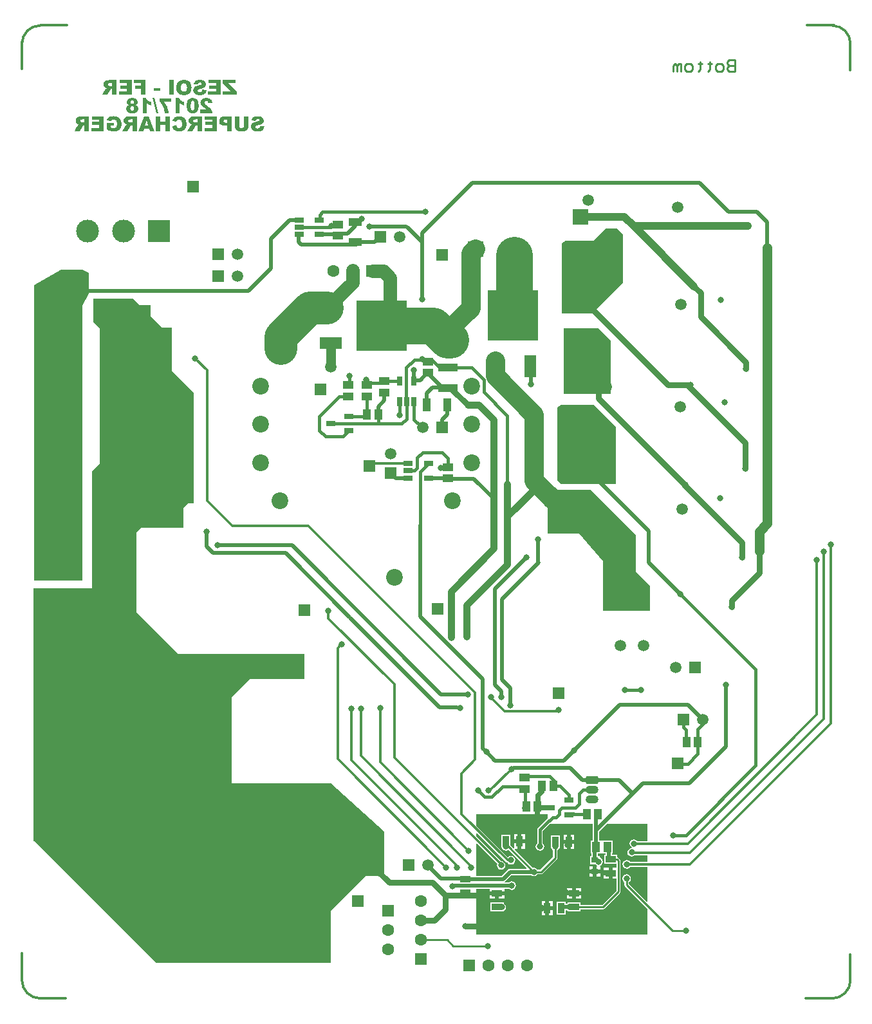
<source format=gbl>
G04 Layer_Physical_Order=3*
G04 Layer_Color=16711680*
%FSLAX25Y25*%
%MOIN*%
G70*
G01*
G75*
%ADD10C,0.01200*%
%ADD16R,0.02559X0.04724*%
%ADD17R,0.04331X0.05512*%
%ADD20R,0.03543X0.05512*%
%ADD22R,0.05512X0.04331*%
%ADD23R,0.03740X0.03150*%
%ADD33R,0.06693X0.04331*%
%ADD34R,0.05512X0.03543*%
%ADD35R,0.10236X0.04331*%
%ADD40R,0.04724X0.02559*%
%ADD41R,0.04331X0.06693*%
%ADD50C,0.02000*%
%ADD51C,0.01500*%
%ADD52C,0.01000*%
%ADD53C,0.03000*%
%ADD54C,0.03500*%
%ADD55C,0.10000*%
%ADD56C,0.02500*%
%ADD57C,0.19000*%
%ADD60C,0.05000*%
%ADD61C,0.04000*%
%ADD64C,0.17000*%
%ADD67C,0.06299*%
%ADD68R,0.06299X0.06299*%
%ADD69R,0.06299X0.06299*%
G04:AMPARAMS|DCode=70|XSize=66.93mil|YSize=42.13mil|CornerRadius=10.53mil|HoleSize=0mil|Usage=FLASHONLY|Rotation=180.000|XOffset=0mil|YOffset=0mil|HoleType=Round|Shape=RoundedRectangle|*
%AMROUNDEDRECTD70*
21,1,0.06693,0.02106,0,0,180.0*
21,1,0.04587,0.04213,0,0,180.0*
1,1,0.02106,-0.02293,0.01053*
1,1,0.02106,0.02293,0.01053*
1,1,0.02106,0.02293,-0.01053*
1,1,0.02106,-0.02293,-0.01053*
%
%ADD70ROUNDEDRECTD70*%
%ADD71O,0.06693X0.04213*%
%ADD72C,0.08661*%
%ADD73C,0.11811*%
%ADD74R,0.11811X0.11811*%
%ADD75C,0.07874*%
%ADD76R,0.07874X0.07874*%
%ADD77R,0.07874X0.07874*%
%ADD78C,0.05906*%
%ADD79R,0.05906X0.05906*%
%ADD80R,0.05906X0.05906*%
%ADD81C,0.06299*%
%ADD82R,0.06299X0.06299*%
%ADD83C,0.03150*%
%ADD84R,0.05118X0.03150*%
%ADD85R,0.06299X0.11811*%
%ADD86R,0.26378X0.26378*%
%ADD87R,0.26378X0.26378*%
%ADD88R,0.11811X0.06299*%
%ADD89C,0.07000*%
G36*
X68857Y442211D02*
X69193Y442182D01*
X69472Y442138D01*
X69720Y442094D01*
X69911Y442035D01*
X70042Y441991D01*
X70130Y441962D01*
X70160Y441947D01*
X70364Y441845D01*
X70555Y441713D01*
X70716Y441581D01*
X70848Y441464D01*
X70965Y441347D01*
X71038Y441259D01*
X71082Y441201D01*
X71096Y441172D01*
X71214Y440967D01*
X71302Y440747D01*
X71375Y440513D01*
X71433Y440293D01*
X71477Y440088D01*
X71506Y439927D01*
X71521Y439868D01*
X71536Y439825D01*
Y439795D01*
Y439781D01*
X69413Y439620D01*
X69369Y439839D01*
X69325Y440030D01*
X69266Y440191D01*
X69208Y440308D01*
X69164Y440396D01*
X69120Y440469D01*
X69091Y440498D01*
X69076Y440513D01*
X68974Y440600D01*
X68871Y440659D01*
X68754Y440718D01*
X68652Y440747D01*
X68564Y440762D01*
X68491Y440776D01*
X68417D01*
X68271Y440762D01*
X68154Y440732D01*
X68037Y440703D01*
X67949Y440659D01*
X67876Y440600D01*
X67817Y440571D01*
X67788Y440542D01*
X67773Y440527D01*
X67685Y440425D01*
X67627Y440322D01*
X67568Y440235D01*
X67539Y440132D01*
X67524Y440059D01*
X67510Y439986D01*
Y439942D01*
Y439927D01*
X67524Y439810D01*
X67554Y439678D01*
X67598Y439561D01*
X67642Y439459D01*
X67685Y439371D01*
X67729Y439298D01*
X67759Y439254D01*
X67773Y439239D01*
X67832Y439166D01*
X67905Y439093D01*
X68066Y438932D01*
X68271Y438756D01*
X68476Y438595D01*
X68666Y438434D01*
X68827Y438317D01*
X68886Y438273D01*
X68930Y438229D01*
X68959Y438214D01*
X68974Y438200D01*
X69252Y437995D01*
X69501Y437790D01*
X69720Y437599D01*
X69925Y437424D01*
X70116Y437248D01*
X70291Y437087D01*
X70438Y436940D01*
X70569Y436794D01*
X70687Y436677D01*
X70789Y436560D01*
X70862Y436472D01*
X70921Y436384D01*
X70979Y436326D01*
X71009Y436282D01*
X71038Y436252D01*
Y436238D01*
X71228Y435930D01*
X71375Y435623D01*
X71492Y435316D01*
X71580Y435052D01*
X71638Y434818D01*
X71653Y434730D01*
X71667Y434642D01*
X71682Y434569D01*
X71697Y434525D01*
Y434496D01*
Y434481D01*
X65343D01*
Y436208D01*
X68666D01*
X68461Y436399D01*
X68300Y436545D01*
X68242Y436589D01*
X68198Y436633D01*
X68168Y436648D01*
X68154Y436662D01*
X68051Y436736D01*
X67934Y436838D01*
X67642Y437043D01*
X67510Y437131D01*
X67407Y437204D01*
X67334Y437263D01*
X67305Y437277D01*
X67114Y437424D01*
X66924Y437555D01*
X66763Y437687D01*
X66617Y437819D01*
X66353Y438053D01*
X66148Y438258D01*
X66002Y438434D01*
X65885Y438566D01*
X65826Y438639D01*
X65812Y438668D01*
X65680Y438917D01*
X65577Y439151D01*
X65504Y439371D01*
X65446Y439576D01*
X65416Y439751D01*
X65402Y439883D01*
Y439971D01*
Y439986D01*
Y440000D01*
X65416Y440235D01*
X65460Y440469D01*
X65519Y440659D01*
X65577Y440835D01*
X65650Y440981D01*
X65709Y441098D01*
X65753Y441157D01*
X65768Y441186D01*
X65914Y441376D01*
X66075Y441538D01*
X66236Y441669D01*
X66382Y441772D01*
X66529Y441860D01*
X66646Y441918D01*
X66719Y441947D01*
X66734Y441962D01*
X66748D01*
X66997Y442050D01*
X67276Y442108D01*
X67568Y442167D01*
X67846Y442196D01*
X68095Y442211D01*
X68198D01*
X68286Y442226D01*
X68476D01*
X68857Y442211D01*
D02*
G37*
G36*
X57174Y451610D02*
X57496Y451580D01*
X57789Y451522D01*
X58067Y451463D01*
X58330Y451390D01*
X58565Y451302D01*
X58784Y451200D01*
X58989Y451112D01*
X59150Y451010D01*
X59311Y450907D01*
X59443Y450819D01*
X59546Y450746D01*
X59633Y450688D01*
X59692Y450629D01*
X59721Y450600D01*
X59736Y450585D01*
X59912Y450380D01*
X60073Y450160D01*
X60204Y449926D01*
X60321Y449692D01*
X60424Y449443D01*
X60512Y449209D01*
X60585Y448975D01*
X60629Y448740D01*
X60673Y448521D01*
X60702Y448316D01*
X60731Y448140D01*
X60746Y447979D01*
X60761Y447847D01*
Y447759D01*
Y447686D01*
Y447672D01*
X60731Y447189D01*
X60673Y446764D01*
X60600Y446383D01*
X60556Y446208D01*
X60497Y446061D01*
X60453Y445915D01*
X60409Y445798D01*
X60365Y445695D01*
X60321Y445607D01*
X60292Y445534D01*
X60263Y445490D01*
X60248Y445461D01*
Y445446D01*
X60043Y445139D01*
X59809Y444875D01*
X59575Y444656D01*
X59355Y444480D01*
X59165Y444334D01*
X59018Y444231D01*
X58960Y444202D01*
X58916Y444173D01*
X58887Y444158D01*
X58872D01*
X58535Y444026D01*
X58184Y443924D01*
X57818Y443851D01*
X57481Y443807D01*
X57335Y443777D01*
X57188D01*
X57057Y443763D01*
X56954Y443748D01*
X56735D01*
X56281Y443763D01*
X55871Y443821D01*
X55520Y443894D01*
X55358Y443938D01*
X55212Y443982D01*
X55080Y444026D01*
X54963Y444070D01*
X54861Y444114D01*
X54773Y444143D01*
X54714Y444173D01*
X54670Y444202D01*
X54641Y444217D01*
X54627D01*
X54319Y444407D01*
X54070Y444627D01*
X53836Y444846D01*
X53660Y445051D01*
X53514Y445241D01*
X53411Y445388D01*
X53368Y445446D01*
X53338Y445490D01*
X53324Y445520D01*
Y445534D01*
X53177Y445871D01*
X53060Y446237D01*
X52987Y446603D01*
X52928Y446954D01*
X52914Y447115D01*
X52899Y447262D01*
X52884Y447394D01*
X52870Y447511D01*
Y447598D01*
Y447672D01*
Y447716D01*
Y447730D01*
X52884Y448067D01*
X52914Y448389D01*
X52972Y448682D01*
X53031Y448960D01*
X53104Y449209D01*
X53192Y449443D01*
X53294Y449663D01*
X53382Y449853D01*
X53485Y450029D01*
X53587Y450175D01*
X53675Y450307D01*
X53748Y450409D01*
X53807Y450497D01*
X53865Y450556D01*
X53895Y450585D01*
X53909Y450600D01*
X54114Y450775D01*
X54334Y450936D01*
X54553Y451068D01*
X54802Y451200D01*
X55036Y451288D01*
X55285Y451376D01*
X55520Y451449D01*
X55754Y451493D01*
X55973Y451537D01*
X56178Y451566D01*
X56369Y451595D01*
X56530Y451610D01*
X56661Y451624D01*
X56837D01*
X57174Y451610D01*
D02*
G37*
G36*
X65460D02*
X65826Y451580D01*
X66148Y451522D01*
X66412Y451478D01*
X66631Y451419D01*
X66719Y451390D01*
X66778Y451361D01*
X66836Y451346D01*
X66880Y451332D01*
X66895Y451317D01*
X66909D01*
X67144Y451200D01*
X67349Y451068D01*
X67524Y450936D01*
X67671Y450805D01*
X67773Y450673D01*
X67861Y450585D01*
X67905Y450526D01*
X67920Y450497D01*
X68037Y450292D01*
X68110Y450102D01*
X68168Y449912D01*
X68212Y449751D01*
X68242Y449604D01*
X68256Y449487D01*
Y449414D01*
Y449384D01*
X68242Y449224D01*
X68227Y449062D01*
X68154Y448784D01*
X68051Y448535D01*
X67920Y448316D01*
X67803Y448155D01*
X67700Y448023D01*
X67627Y447950D01*
X67598Y447921D01*
X67466Y447818D01*
X67319Y447716D01*
X66983Y447525D01*
X66617Y447364D01*
X66251Y447232D01*
X66075Y447174D01*
X65929Y447130D01*
X65782Y447086D01*
X65650Y447042D01*
X65548Y447027D01*
X65475Y446998D01*
X65416Y446984D01*
X65402D01*
X65241Y446940D01*
X65079Y446910D01*
X64816Y446823D01*
X64611Y446749D01*
X64450Y446691D01*
X64333Y446632D01*
X64260Y446588D01*
X64216Y446559D01*
X64201Y446544D01*
X64113Y446456D01*
X64055Y446369D01*
X63996Y446281D01*
X63967Y446193D01*
X63952Y446120D01*
X63938Y446061D01*
Y446032D01*
Y446017D01*
X63952Y445900D01*
X63981Y445798D01*
X64069Y445637D01*
X64128Y445564D01*
X64172Y445520D01*
X64201Y445490D01*
X64216Y445476D01*
X64318Y445402D01*
X64450Y445344D01*
X64567Y445300D01*
X64699Y445271D01*
X64801Y445256D01*
X64889Y445241D01*
X64977D01*
X65211Y445256D01*
X65416Y445315D01*
X65592Y445388D01*
X65738Y445476D01*
X65855Y445549D01*
X65929Y445622D01*
X65987Y445681D01*
X66002Y445695D01*
X66075Y445812D01*
X66148Y445944D01*
X66236Y446222D01*
X66265Y446339D01*
X66280Y446442D01*
X66295Y446500D01*
Y446530D01*
X68534Y446383D01*
X68505Y446178D01*
X68476Y445973D01*
X68374Y445593D01*
X68227Y445271D01*
X68081Y444992D01*
X67934Y444773D01*
X67876Y444685D01*
X67817Y444612D01*
X67773Y444553D01*
X67729Y444509D01*
X67715Y444495D01*
X67700Y444480D01*
X67554Y444348D01*
X67363Y444246D01*
X67173Y444143D01*
X66968Y444056D01*
X66529Y443924D01*
X66075Y443836D01*
X65870Y443807D01*
X65665Y443792D01*
X65489Y443777D01*
X65328Y443763D01*
X65197Y443748D01*
X65021D01*
X64626Y443763D01*
X64274Y443792D01*
X63967Y443851D01*
X63703Y443909D01*
X63484Y443953D01*
X63411Y443982D01*
X63337Y444012D01*
X63279Y444026D01*
X63235Y444041D01*
X63220Y444056D01*
X63206D01*
X62942Y444187D01*
X62722Y444334D01*
X62517Y444495D01*
X62356Y444641D01*
X62225Y444788D01*
X62137Y444890D01*
X62078Y444963D01*
X62064Y444992D01*
X61932Y445227D01*
X61829Y445476D01*
X61756Y445695D01*
X61698Y445915D01*
X61668Y446091D01*
X61654Y446237D01*
Y446281D01*
Y446325D01*
Y446339D01*
Y446354D01*
X61668Y446574D01*
X61698Y446793D01*
X61756Y446984D01*
X61800Y447145D01*
X61859Y447276D01*
X61917Y447379D01*
X61946Y447437D01*
X61961Y447467D01*
X62093Y447657D01*
X62239Y447818D01*
X62400Y447964D01*
X62561Y448082D01*
X62708Y448184D01*
X62825Y448257D01*
X62913Y448301D01*
X62927Y448316D01*
X62942D01*
X63074Y448374D01*
X63220Y448448D01*
X63557Y448565D01*
X63923Y448682D01*
X64289Y448784D01*
X64450Y448828D01*
X64611Y448872D01*
X64757Y448901D01*
X64889Y448931D01*
X64992Y448960D01*
X65065Y448975D01*
X65123Y448989D01*
X65138D01*
X65343Y449033D01*
X65519Y449092D01*
X65650Y449136D01*
X65753Y449180D01*
X65826Y449209D01*
X65885Y449238D01*
X65899Y449267D01*
X65914D01*
X65973Y449326D01*
X66002Y449384D01*
X66060Y449487D01*
X66075Y449575D01*
Y449589D01*
Y449604D01*
X66060Y449692D01*
X66046Y449780D01*
X65973Y449912D01*
X65899Y449999D01*
X65885Y450014D01*
X65870Y450029D01*
X65782Y450087D01*
X65694Y450131D01*
X65489Y450190D01*
X65402D01*
X65328Y450204D01*
X65270D01*
X65094Y450190D01*
X64933Y450175D01*
X64801Y450131D01*
X64699Y450087D01*
X64611Y450043D01*
X64538Y450014D01*
X64508Y449985D01*
X64494Y449970D01*
X64391Y449868D01*
X64304Y449751D01*
X64245Y449633D01*
X64186Y449516D01*
X64157Y449399D01*
X64128Y449311D01*
X64113Y449253D01*
Y449224D01*
X61903Y449341D01*
X61932Y449560D01*
X61990Y449751D01*
X62034Y449941D01*
X62108Y450116D01*
X62254Y450409D01*
X62415Y450644D01*
X62576Y450834D01*
X62708Y450966D01*
X62796Y451039D01*
X62810Y451068D01*
X62825D01*
X62971Y451171D01*
X63132Y451258D01*
X63484Y451390D01*
X63864Y451493D01*
X64216Y451551D01*
X64377Y451580D01*
X64538Y451595D01*
X64670Y451610D01*
X64801D01*
X64889Y451624D01*
X65036D01*
X65460Y451610D01*
D02*
G37*
G36*
X54466Y441962D02*
X54627Y441728D01*
X54773Y441508D01*
X54934Y441332D01*
X55066Y441186D01*
X55168Y441084D01*
X55241Y441025D01*
X55271Y440996D01*
X55520Y440820D01*
X55783Y440659D01*
X56061Y440527D01*
X56325Y440410D01*
X56574Y440308D01*
X56676Y440264D01*
X56764Y440235D01*
X56837Y440205D01*
X56896Y440191D01*
X56925Y440176D01*
X56940D01*
Y438448D01*
X56676Y438536D01*
X56442Y438610D01*
X56237Y438683D01*
X56061Y438756D01*
X55915Y438814D01*
X55812Y438858D01*
X55739Y438888D01*
X55725Y438902D01*
X55358Y439107D01*
X55198Y439210D01*
X55036Y439312D01*
X54905Y439415D01*
X54802Y439488D01*
X54744Y439532D01*
X54714Y439546D01*
Y434481D01*
X52577D01*
Y442226D01*
X54334D01*
X54466Y441962D01*
D02*
G37*
G36*
X61595Y442211D02*
X61859Y442182D01*
X62108Y442138D01*
X62342Y442094D01*
X62561Y442021D01*
X62752Y441947D01*
X62927Y441874D01*
X63088Y441786D01*
X63220Y441699D01*
X63337Y441625D01*
X63440Y441552D01*
X63528Y441479D01*
X63586Y441435D01*
X63630Y441391D01*
X63659Y441362D01*
X63674Y441347D01*
X63806Y441172D01*
X63923Y440967D01*
X64040Y440747D01*
X64128Y440513D01*
X64260Y440015D01*
X64347Y439502D01*
X64391Y439268D01*
X64406Y439049D01*
X64421Y438844D01*
X64435Y438668D01*
X64450Y438522D01*
Y438419D01*
Y438346D01*
Y438317D01*
Y437995D01*
X64421Y437687D01*
X64406Y437409D01*
X64377Y437175D01*
X64347Y436970D01*
X64333Y436823D01*
X64318Y436765D01*
X64304Y436721D01*
Y436706D01*
Y436692D01*
X64245Y436443D01*
X64172Y436208D01*
X64099Y436018D01*
X64040Y435857D01*
X63981Y435725D01*
X63923Y435623D01*
X63894Y435564D01*
X63879Y435550D01*
X63733Y435345D01*
X63572Y435154D01*
X63411Y434993D01*
X63249Y434876D01*
X63118Y434774D01*
X63015Y434701D01*
X62942Y434657D01*
X62913Y434642D01*
X62678Y434540D01*
X62415Y434466D01*
X62151Y434422D01*
X61917Y434393D01*
X61698Y434364D01*
X61595D01*
X61522Y434349D01*
X61361D01*
X61054Y434364D01*
X60761Y434393D01*
X60497Y434437D01*
X60263Y434496D01*
X60043Y434569D01*
X59838Y434657D01*
X59663Y434730D01*
X59516Y434832D01*
X59370Y434920D01*
X59253Y434993D01*
X59165Y435081D01*
X59077Y435154D01*
X59018Y435213D01*
X58975Y435257D01*
X58960Y435286D01*
X58945Y435301D01*
X58828Y435491D01*
X58711Y435711D01*
X58623Y435945D01*
X58535Y436179D01*
X58418Y436692D01*
X58330Y437175D01*
X58301Y437409D01*
X58272Y437629D01*
X58257Y437819D01*
Y437995D01*
X58243Y438141D01*
Y438243D01*
Y438302D01*
Y438331D01*
X58257Y438683D01*
X58272Y439005D01*
X58316Y439312D01*
X58345Y439576D01*
X58389Y439795D01*
X58404Y439898D01*
X58433Y439971D01*
X58448Y440030D01*
Y440073D01*
X58462Y440103D01*
Y440117D01*
X58506Y440278D01*
X58550Y440425D01*
X58594Y440557D01*
X58653Y440674D01*
X58682Y440762D01*
X58726Y440835D01*
X58740Y440879D01*
X58755Y440893D01*
X58901Y441142D01*
X58989Y441245D01*
X59062Y441347D01*
X59136Y441420D01*
X59180Y441479D01*
X59224Y441523D01*
X59238Y441538D01*
X59355Y441655D01*
X59487Y441742D01*
X59750Y441903D01*
X59868Y441962D01*
X59956Y442006D01*
X60014Y442021D01*
X60043Y442035D01*
X60234Y442094D01*
X60453Y442152D01*
X60658Y442182D01*
X60863Y442196D01*
X61039Y442211D01*
X61171Y442226D01*
X61302D01*
X61595Y442211D01*
D02*
G37*
G36*
X50249Y440308D02*
X46487D01*
X46897Y439781D01*
X47233Y439268D01*
X47526Y438814D01*
X47658Y438610D01*
X47775Y438405D01*
X47863Y438229D01*
X47951Y438068D01*
X48024Y437936D01*
X48082Y437819D01*
X48126Y437731D01*
X48156Y437658D01*
X48185Y437614D01*
Y437599D01*
X48375Y437102D01*
X48522Y436575D01*
X48668Y436062D01*
X48712Y435813D01*
X48770Y435564D01*
X48814Y435345D01*
X48858Y435140D01*
X48888Y434949D01*
X48917Y434788D01*
X48932Y434657D01*
X48946Y434569D01*
X48961Y434496D01*
Y434481D01*
X46853D01*
X46809Y434964D01*
X46750Y435403D01*
X46677Y435799D01*
X46648Y435974D01*
X46618Y436135D01*
X46589Y436282D01*
X46560Y436413D01*
X46531Y436531D01*
X46501Y436618D01*
X46487Y436692D01*
X46472Y436750D01*
X46457Y436779D01*
Y436794D01*
X46296Y437248D01*
X46135Y437687D01*
X45960Y438068D01*
X45872Y438243D01*
X45799Y438405D01*
X45711Y438551D01*
X45652Y438683D01*
X45579Y438800D01*
X45520Y438902D01*
X45476Y438975D01*
X45447Y439034D01*
X45418Y439063D01*
Y439078D01*
X45198Y439385D01*
X44979Y439678D01*
X44759Y439956D01*
X44540Y440191D01*
X44349Y440381D01*
X44203Y440527D01*
X44144Y440586D01*
X44100Y440630D01*
X44086Y440644D01*
X44071Y440659D01*
Y442094D01*
X50249D01*
Y440308D01*
D02*
G37*
G36*
X37337Y441962D02*
X37498Y441728D01*
X37644Y441508D01*
X37805Y441332D01*
X37937Y441186D01*
X38039Y441084D01*
X38113Y441025D01*
X38142Y440996D01*
X38391Y440820D01*
X38654Y440659D01*
X38932Y440527D01*
X39196Y440410D01*
X39445Y440308D01*
X39547Y440264D01*
X39635Y440235D01*
X39708Y440205D01*
X39767Y440191D01*
X39796Y440176D01*
X39811D01*
Y438448D01*
X39547Y438536D01*
X39313Y438610D01*
X39108Y438683D01*
X38932Y438756D01*
X38786Y438814D01*
X38684Y438858D01*
X38610Y438888D01*
X38596Y438902D01*
X38230Y439107D01*
X38069Y439210D01*
X37908Y439312D01*
X37776Y439415D01*
X37673Y439488D01*
X37615Y439532D01*
X37586Y439546D01*
Y434481D01*
X35448D01*
Y442226D01*
X37205D01*
X37337Y441962D01*
D02*
G37*
G36*
X75811Y443880D02*
X69398D01*
Y445607D01*
X73454D01*
Y447101D01*
X69794D01*
Y448653D01*
X73454D01*
Y449868D01*
X69515D01*
Y451493D01*
X75811D01*
Y443880D01*
D02*
G37*
G36*
X83672Y449868D02*
X79866D01*
X84082Y445461D01*
Y443880D01*
X76865D01*
Y445520D01*
X81301D01*
X77026Y449970D01*
Y451493D01*
X83672D01*
Y449868D01*
D02*
G37*
G36*
X44466Y445842D02*
X41392D01*
Y447481D01*
X44466D01*
Y445842D01*
D02*
G37*
G36*
X51508Y443880D02*
X49151D01*
Y451493D01*
X51508D01*
Y443880D01*
D02*
G37*
G36*
X22052D02*
X19695D01*
Y446969D01*
X19490D01*
X19373Y446954D01*
X19271Y446940D01*
X19168Y446910D01*
X19081Y446881D01*
X19022Y446837D01*
X18963Y446808D01*
X18934Y446793D01*
X18920Y446779D01*
X18846Y446720D01*
X18773Y446632D01*
X18641Y446442D01*
X18583Y446339D01*
X18539Y446266D01*
X18510Y446208D01*
X18495Y446193D01*
X17221Y443880D01*
X14557D01*
X15713Y446076D01*
X15757Y446149D01*
X15801Y446222D01*
X15918Y446369D01*
X15962Y446442D01*
X16006Y446500D01*
X16036Y446530D01*
X16050Y446544D01*
X16138Y446647D01*
X16211Y446735D01*
X16270Y446808D01*
X16314Y446866D01*
X16387Y446940D01*
X16416Y446954D01*
X16504Y446998D01*
X16592Y447057D01*
X16797Y447145D01*
X16885Y447174D01*
X16958Y447203D01*
X17016Y447232D01*
X17031D01*
X16841Y447276D01*
X16680Y447335D01*
X16533Y447379D01*
X16416Y447423D01*
X16328Y447467D01*
X16255Y447496D01*
X16211Y447525D01*
X16196D01*
X16036Y447642D01*
X15874Y447759D01*
X15757Y447891D01*
X15640Y448008D01*
X15567Y448111D01*
X15494Y448199D01*
X15464Y448257D01*
X15450Y448272D01*
X15362Y448448D01*
X15289Y448638D01*
X15245Y448828D01*
X15201Y449004D01*
X15186Y449150D01*
X15172Y449267D01*
Y449341D01*
Y449370D01*
X15186Y449633D01*
X15230Y449868D01*
X15289Y450087D01*
X15347Y450263D01*
X15421Y450409D01*
X15479Y450512D01*
X15523Y450570D01*
X15538Y450600D01*
X15684Y450775D01*
X15831Y450922D01*
X15992Y451053D01*
X16138Y451141D01*
X16270Y451215D01*
X16372Y451258D01*
X16445Y451288D01*
X16475Y451302D01*
X16709Y451361D01*
X16972Y451419D01*
X17251Y451449D01*
X17514Y451463D01*
X17748Y451478D01*
X17865Y451493D01*
X22052D01*
Y443880D01*
D02*
G37*
G36*
X29753D02*
X23341D01*
Y445607D01*
X27396D01*
Y447101D01*
X23736D01*
Y448653D01*
X27396D01*
Y449868D01*
X23458D01*
Y451493D01*
X29753D01*
Y443880D01*
D02*
G37*
G36*
X36824D02*
X34467D01*
Y446984D01*
X31510D01*
Y448521D01*
X34467D01*
Y449853D01*
X31012D01*
Y451493D01*
X36824D01*
Y443880D01*
D02*
G37*
G36*
X41560Y425082D02*
X39174D01*
X38779Y426341D01*
X36129D01*
X35748Y425082D01*
X33274D01*
X36129Y432695D01*
X38706D01*
X41560Y425082D01*
D02*
G37*
G36*
X66155D02*
X63798D01*
Y428171D01*
X63594D01*
X63476Y428157D01*
X63374Y428142D01*
X63271Y428113D01*
X63184Y428083D01*
X63125Y428039D01*
X63067Y428010D01*
X63037Y427995D01*
X63023Y427981D01*
X62949Y427922D01*
X62876Y427834D01*
X62744Y427644D01*
X62686Y427542D01*
X62642Y427468D01*
X62613Y427410D01*
X62598Y427395D01*
X61324Y425082D01*
X58660D01*
X59816Y427278D01*
X59860Y427351D01*
X59904Y427424D01*
X60021Y427571D01*
X60065Y427644D01*
X60109Y427703D01*
X60138Y427732D01*
X60153Y427747D01*
X60241Y427849D01*
X60314Y427937D01*
X60373Y428010D01*
X60417Y428069D01*
X60490Y428142D01*
X60519Y428157D01*
X60607Y428200D01*
X60695Y428259D01*
X60900Y428347D01*
X60988Y428376D01*
X61061Y428405D01*
X61119Y428435D01*
X61134D01*
X60944Y428479D01*
X60783Y428537D01*
X60636Y428581D01*
X60519Y428625D01*
X60431Y428669D01*
X60358Y428698D01*
X60314Y428727D01*
X60299D01*
X60138Y428845D01*
X59977Y428962D01*
X59860Y429094D01*
X59743Y429211D01*
X59670Y429313D01*
X59597Y429401D01*
X59567Y429459D01*
X59553Y429474D01*
X59465Y429650D01*
X59392Y429840D01*
X59348Y430030D01*
X59304Y430206D01*
X59289Y430352D01*
X59275Y430470D01*
Y430543D01*
Y430572D01*
X59289Y430836D01*
X59333Y431070D01*
X59392Y431289D01*
X59450Y431465D01*
X59524Y431612D01*
X59582Y431714D01*
X59626Y431773D01*
X59641Y431802D01*
X59787Y431978D01*
X59934Y432124D01*
X60095Y432256D01*
X60241Y432344D01*
X60373Y432417D01*
X60475Y432461D01*
X60548Y432490D01*
X60578Y432505D01*
X60812Y432563D01*
X61075Y432622D01*
X61354Y432651D01*
X61617Y432666D01*
X61851Y432680D01*
X61968Y432695D01*
X66155D01*
Y425082D01*
D02*
G37*
G36*
X73856D02*
X67444D01*
Y426810D01*
X71499D01*
Y428303D01*
X67839D01*
Y429855D01*
X71499D01*
Y431070D01*
X67561D01*
Y432695D01*
X73856D01*
Y425082D01*
D02*
G37*
G36*
X32484D02*
X30127D01*
Y428171D01*
X29921D01*
X29804Y428157D01*
X29702Y428142D01*
X29599Y428113D01*
X29512Y428083D01*
X29453Y428039D01*
X29395Y428010D01*
X29365Y427995D01*
X29351Y427981D01*
X29277Y427922D01*
X29204Y427834D01*
X29072Y427644D01*
X29014Y427542D01*
X28970Y427468D01*
X28941Y427410D01*
X28926Y427395D01*
X27652Y425082D01*
X24988D01*
X26144Y427278D01*
X26188Y427351D01*
X26232Y427424D01*
X26349Y427571D01*
X26393Y427644D01*
X26437Y427703D01*
X26467Y427732D01*
X26481Y427747D01*
X26569Y427849D01*
X26642Y427937D01*
X26701Y428010D01*
X26745Y428069D01*
X26818Y428142D01*
X26847Y428157D01*
X26935Y428200D01*
X27023Y428259D01*
X27228Y428347D01*
X27316Y428376D01*
X27389Y428405D01*
X27447Y428435D01*
X27462D01*
X27272Y428479D01*
X27111Y428537D01*
X26964Y428581D01*
X26847Y428625D01*
X26759Y428669D01*
X26686Y428698D01*
X26642Y428727D01*
X26627D01*
X26467Y428845D01*
X26305Y428962D01*
X26188Y429094D01*
X26071Y429211D01*
X25998Y429313D01*
X25925Y429401D01*
X25896Y429459D01*
X25881Y429474D01*
X25793Y429650D01*
X25720Y429840D01*
X25676Y430030D01*
X25632Y430206D01*
X25617Y430352D01*
X25603Y430470D01*
Y430543D01*
Y430572D01*
X25617Y430836D01*
X25661Y431070D01*
X25720Y431289D01*
X25778Y431465D01*
X25852Y431612D01*
X25910Y431714D01*
X25954Y431773D01*
X25969Y431802D01*
X26115Y431978D01*
X26261Y432124D01*
X26423Y432256D01*
X26569Y432344D01*
X26701Y432417D01*
X26803Y432461D01*
X26876Y432490D01*
X26906Y432505D01*
X27140Y432563D01*
X27403Y432622D01*
X27682Y432651D01*
X27945Y432666D01*
X28179Y432680D01*
X28297Y432695D01*
X32484D01*
Y425082D01*
D02*
G37*
G36*
X95377Y432812D02*
X95743Y432783D01*
X96065Y432724D01*
X96329Y432680D01*
X96548Y432622D01*
X96636Y432592D01*
X96695Y432563D01*
X96753Y432549D01*
X96797Y432534D01*
X96812Y432519D01*
X96826D01*
X97061Y432402D01*
X97265Y432270D01*
X97441Y432139D01*
X97588Y432007D01*
X97690Y431875D01*
X97778Y431787D01*
X97822Y431729D01*
X97837Y431699D01*
X97954Y431494D01*
X98027Y431304D01*
X98085Y431114D01*
X98129Y430953D01*
X98159Y430806D01*
X98173Y430689D01*
Y430616D01*
Y430587D01*
X98159Y430426D01*
X98144Y430265D01*
X98071Y429986D01*
X97968Y429738D01*
X97837Y429518D01*
X97719Y429357D01*
X97617Y429225D01*
X97544Y429152D01*
X97514Y429123D01*
X97383Y429020D01*
X97236Y428918D01*
X96899Y428727D01*
X96534Y428566D01*
X96167Y428435D01*
X95992Y428376D01*
X95845Y428332D01*
X95699Y428288D01*
X95567Y428244D01*
X95465Y428230D01*
X95392Y428200D01*
X95333Y428186D01*
X95318D01*
X95157Y428142D01*
X94996Y428113D01*
X94733Y428025D01*
X94528Y427952D01*
X94367Y427893D01*
X94250Y427834D01*
X94177Y427790D01*
X94133Y427761D01*
X94118Y427747D01*
X94030Y427659D01*
X93972Y427571D01*
X93913Y427483D01*
X93884Y427395D01*
X93869Y427322D01*
X93854Y427263D01*
Y427234D01*
Y427220D01*
X93869Y427102D01*
X93898Y427000D01*
X93986Y426839D01*
X94045Y426766D01*
X94089Y426722D01*
X94118Y426692D01*
X94133Y426678D01*
X94235Y426605D01*
X94367Y426546D01*
X94484Y426502D01*
X94616Y426473D01*
X94718Y426458D01*
X94806Y426444D01*
X94894D01*
X95128Y426458D01*
X95333Y426517D01*
X95509Y426590D01*
X95655Y426678D01*
X95772Y426751D01*
X95845Y426824D01*
X95904Y426883D01*
X95919Y426897D01*
X95992Y427015D01*
X96065Y427146D01*
X96153Y427424D01*
X96182Y427542D01*
X96197Y427644D01*
X96211Y427703D01*
Y427732D01*
X98451Y427586D01*
X98422Y427381D01*
X98393Y427176D01*
X98290Y426795D01*
X98144Y426473D01*
X97997Y426195D01*
X97851Y425975D01*
X97793Y425887D01*
X97734Y425814D01*
X97690Y425756D01*
X97646Y425712D01*
X97632Y425697D01*
X97617Y425682D01*
X97470Y425551D01*
X97280Y425448D01*
X97090Y425346D01*
X96885Y425258D01*
X96446Y425126D01*
X95992Y425038D01*
X95787Y425009D01*
X95582Y424994D01*
X95406Y424980D01*
X95245Y424965D01*
X95113Y424950D01*
X94938D01*
X94542Y424965D01*
X94191Y424994D01*
X93884Y425053D01*
X93620Y425111D01*
X93401Y425155D01*
X93327Y425185D01*
X93254Y425214D01*
X93196Y425229D01*
X93152Y425243D01*
X93137Y425258D01*
X93122D01*
X92859Y425390D01*
X92639Y425536D01*
X92434Y425697D01*
X92273Y425843D01*
X92141Y425990D01*
X92054Y426092D01*
X91995Y426165D01*
X91980Y426195D01*
X91849Y426429D01*
X91746Y426678D01*
X91673Y426897D01*
X91615Y427117D01*
X91585Y427293D01*
X91571Y427439D01*
Y427483D01*
Y427527D01*
Y427542D01*
Y427556D01*
X91585Y427776D01*
X91615Y427995D01*
X91673Y428186D01*
X91717Y428347D01*
X91776Y428479D01*
X91834Y428581D01*
X91863Y428640D01*
X91878Y428669D01*
X92010Y428859D01*
X92156Y429020D01*
X92317Y429167D01*
X92478Y429284D01*
X92625Y429386D01*
X92742Y429459D01*
X92830Y429503D01*
X92844Y429518D01*
X92859D01*
X92991Y429577D01*
X93137Y429650D01*
X93474Y429767D01*
X93840Y429884D01*
X94206Y429986D01*
X94367Y430030D01*
X94528Y430074D01*
X94674Y430104D01*
X94806Y430133D01*
X94908Y430162D01*
X94982Y430177D01*
X95040Y430192D01*
X95055D01*
X95260Y430235D01*
X95436Y430294D01*
X95567Y430338D01*
X95670Y430382D01*
X95743Y430411D01*
X95802Y430440D01*
X95816Y430470D01*
X95831D01*
X95889Y430528D01*
X95919Y430587D01*
X95977Y430689D01*
X95992Y430777D01*
Y430792D01*
Y430806D01*
X95977Y430894D01*
X95963Y430982D01*
X95889Y431114D01*
X95816Y431202D01*
X95802Y431216D01*
X95787Y431231D01*
X95699Y431289D01*
X95611Y431333D01*
X95406Y431392D01*
X95318D01*
X95245Y431407D01*
X95187D01*
X95011Y431392D01*
X94850Y431377D01*
X94718Y431333D01*
X94616Y431289D01*
X94528Y431246D01*
X94455Y431216D01*
X94425Y431187D01*
X94411Y431172D01*
X94308Y431070D01*
X94220Y430953D01*
X94162Y430836D01*
X94103Y430719D01*
X94074Y430601D01*
X94045Y430514D01*
X94030Y430455D01*
Y430426D01*
X91819Y430543D01*
X91849Y430762D01*
X91907Y430953D01*
X91951Y431143D01*
X92024Y431319D01*
X92171Y431612D01*
X92332Y431846D01*
X92493Y432036D01*
X92625Y432168D01*
X92712Y432241D01*
X92727Y432270D01*
X92742D01*
X92888Y432373D01*
X93049Y432461D01*
X93401Y432592D01*
X93781Y432695D01*
X94133Y432754D01*
X94294Y432783D01*
X94455Y432797D01*
X94586Y432812D01*
X94718D01*
X94806Y432827D01*
X94952D01*
X95377Y432812D01*
D02*
G37*
G36*
X7683Y425082D02*
X5326D01*
Y428171D01*
X5121D01*
X5004Y428157D01*
X4902Y428142D01*
X4799Y428113D01*
X4711Y428083D01*
X4653Y428039D01*
X4594Y428010D01*
X4565Y427995D01*
X4550Y427981D01*
X4477Y427922D01*
X4404Y427834D01*
X4272Y427644D01*
X4214Y427542D01*
X4170Y427468D01*
X4140Y427410D01*
X4126Y427395D01*
X2852Y425082D01*
X188D01*
X1344Y427278D01*
X1388Y427351D01*
X1432Y427424D01*
X1549Y427571D01*
X1593Y427644D01*
X1637Y427703D01*
X1666Y427732D01*
X1681Y427747D01*
X1769Y427849D01*
X1842Y427937D01*
X1901Y428010D01*
X1945Y428069D01*
X2018Y428142D01*
X2047Y428157D01*
X2135Y428200D01*
X2223Y428259D01*
X2428Y428347D01*
X2515Y428376D01*
X2589Y428405D01*
X2647Y428435D01*
X2662D01*
X2472Y428479D01*
X2310Y428537D01*
X2164Y428581D01*
X2047Y428625D01*
X1959Y428669D01*
X1886Y428698D01*
X1842Y428727D01*
X1827D01*
X1666Y428845D01*
X1505Y428962D01*
X1388Y429094D01*
X1271Y429211D01*
X1198Y429313D01*
X1125Y429401D01*
X1095Y429459D01*
X1081Y429474D01*
X993Y429650D01*
X920Y429840D01*
X876Y430030D01*
X832Y430206D01*
X817Y430352D01*
X803Y430470D01*
Y430543D01*
Y430572D01*
X817Y430836D01*
X861Y431070D01*
X920Y431289D01*
X978Y431465D01*
X1051Y431612D01*
X1110Y431714D01*
X1154Y431773D01*
X1169Y431802D01*
X1315Y431978D01*
X1461Y432124D01*
X1622Y432256D01*
X1769Y432344D01*
X1901Y432417D01*
X2003Y432461D01*
X2076Y432490D01*
X2105Y432505D01*
X2340Y432563D01*
X2603Y432622D01*
X2881Y432651D01*
X3145Y432666D01*
X3379Y432680D01*
X3496Y432695D01*
X7683D01*
Y425082D01*
D02*
G37*
G36*
X15384D02*
X8972D01*
Y426810D01*
X13027D01*
Y428303D01*
X9367D01*
Y429855D01*
X13027D01*
Y431070D01*
X9089D01*
Y432695D01*
X15384D01*
Y425082D01*
D02*
G37*
G36*
X49627D02*
X47270D01*
Y428157D01*
X44708D01*
Y425082D01*
X42351D01*
Y432695D01*
X44708D01*
Y430030D01*
X47270D01*
Y432695D01*
X49627D01*
Y425082D01*
D02*
G37*
G36*
X30588Y442211D02*
X30954Y442152D01*
X31276Y442079D01*
X31539Y441991D01*
X31744Y441903D01*
X31832Y441860D01*
X31891Y441830D01*
X31949Y441801D01*
X31993Y441772D01*
X32008Y441757D01*
X32022D01*
X32183Y441640D01*
X32315Y441508D01*
X32432Y441391D01*
X32535Y441259D01*
X32623Y441128D01*
X32696Y440996D01*
X32798Y440747D01*
X32871Y440527D01*
X32886Y440425D01*
X32901Y440352D01*
X32915Y440278D01*
Y440235D01*
Y440205D01*
Y440191D01*
X32901Y439986D01*
X32871Y439781D01*
X32813Y439605D01*
X32754Y439459D01*
X32710Y439341D01*
X32652Y439239D01*
X32623Y439180D01*
X32608Y439166D01*
X32520Y439049D01*
X32403Y438932D01*
X32286Y438829D01*
X32169Y438741D01*
X32066Y438668D01*
X31978Y438610D01*
X31905Y438580D01*
X31891Y438566D01*
X32110Y438463D01*
X32315Y438346D01*
X32476Y438229D01*
X32608Y438112D01*
X32710Y438009D01*
X32784Y437921D01*
X32828Y437863D01*
X32842Y437848D01*
X32945Y437673D01*
X33018Y437482D01*
X33076Y437292D01*
X33106Y437116D01*
X33135Y436955D01*
X33150Y436838D01*
Y436750D01*
Y436736D01*
Y436721D01*
X33135Y436472D01*
X33106Y436238D01*
X33047Y436018D01*
X32989Y435843D01*
X32930Y435696D01*
X32871Y435579D01*
X32842Y435506D01*
X32828Y435476D01*
X32696Y435286D01*
X32535Y435111D01*
X32374Y434964D01*
X32213Y434847D01*
X32081Y434745D01*
X31964Y434686D01*
X31891Y434642D01*
X31861Y434627D01*
X31598Y434540D01*
X31305Y434466D01*
X30998Y434422D01*
X30690Y434378D01*
X30427Y434364D01*
X30310D01*
X30207Y434349D01*
X29782D01*
X29548Y434364D01*
X29343Y434393D01*
X29168Y434422D01*
X29021Y434437D01*
X28904Y434466D01*
X28831Y434481D01*
X28802D01*
X28597Y434525D01*
X28406Y434584D01*
X28245Y434657D01*
X28113Y434715D01*
X27996Y434774D01*
X27923Y434818D01*
X27865Y434847D01*
X27850Y434862D01*
X27718Y434979D01*
X27586Y435096D01*
X27484Y435228D01*
X27382Y435359D01*
X27308Y435462D01*
X27250Y435550D01*
X27220Y435623D01*
X27206Y435638D01*
X27118Y435828D01*
X27059Y436018D01*
X27001Y436194D01*
X26972Y436355D01*
X26957Y436501D01*
X26942Y436604D01*
Y436677D01*
Y436706D01*
X26957Y436926D01*
X26986Y437116D01*
X27045Y437306D01*
X27089Y437468D01*
X27147Y437585D01*
X27206Y437687D01*
X27235Y437760D01*
X27250Y437775D01*
X27382Y437951D01*
X27528Y438112D01*
X27674Y438243D01*
X27821Y438361D01*
X27967Y438448D01*
X28070Y438507D01*
X28143Y438551D01*
X28172Y438566D01*
X28011Y438683D01*
X27865Y438800D01*
X27747Y438917D01*
X27645Y439005D01*
X27572Y439093D01*
X27528Y439151D01*
X27499Y439195D01*
X27484Y439210D01*
X27382Y439385D01*
X27308Y439546D01*
X27264Y439722D01*
X27220Y439868D01*
X27206Y439986D01*
X27191Y440088D01*
Y440147D01*
Y440176D01*
X27206Y440337D01*
X27220Y440498D01*
X27308Y440776D01*
X27425Y441025D01*
X27557Y441245D01*
X27689Y441406D01*
X27806Y441538D01*
X27894Y441611D01*
X27909Y441640D01*
X27923D01*
X28070Y441742D01*
X28231Y441830D01*
X28582Y441977D01*
X28963Y442079D01*
X29329Y442152D01*
X29490Y442182D01*
X29651Y442196D01*
X29797Y442211D01*
X29929D01*
X30031Y442226D01*
X30178D01*
X30588Y442211D01*
D02*
G37*
G36*
X43632Y434349D02*
X42578D01*
X40645Y442226D01*
X41714D01*
X43632Y434349D01*
D02*
G37*
G36*
X90370Y428157D02*
X90355Y427937D01*
X90341Y427717D01*
X90311Y427498D01*
X90268Y427293D01*
X90224Y427132D01*
X90194Y426985D01*
X90180Y426897D01*
X90165Y426883D01*
Y426868D01*
X90107Y426707D01*
X90019Y426546D01*
X89931Y426385D01*
X89858Y426253D01*
X89770Y426151D01*
X89711Y426063D01*
X89667Y426004D01*
X89653Y425990D01*
X89506Y425843D01*
X89375Y425712D01*
X89243Y425595D01*
X89111Y425507D01*
X89009Y425433D01*
X88921Y425375D01*
X88862Y425346D01*
X88848Y425331D01*
X88672Y425258D01*
X88496Y425185D01*
X88306Y425126D01*
X88130Y425097D01*
X87984Y425053D01*
X87852Y425038D01*
X87779Y425024D01*
X87749D01*
X87515Y424994D01*
X87281Y424980D01*
X87076Y424965D01*
X86900D01*
X86754Y424950D01*
X86549D01*
X86198Y424965D01*
X85876Y424994D01*
X85597Y425024D01*
X85363Y425082D01*
X85158Y425126D01*
X85012Y425155D01*
X84968Y425170D01*
X84924Y425185D01*
X84909Y425199D01*
X84895D01*
X84719Y425272D01*
X84543Y425375D01*
X84382Y425477D01*
X84251Y425580D01*
X84133Y425682D01*
X84031Y425756D01*
X83972Y425814D01*
X83958Y425829D01*
X83797Y426004D01*
X83665Y426180D01*
X83548Y426356D01*
X83460Y426532D01*
X83387Y426663D01*
X83343Y426780D01*
X83314Y426854D01*
X83299Y426883D01*
X83226Y427117D01*
X83167Y427337D01*
X83138Y427556D01*
X83109Y427747D01*
X83094Y427908D01*
X83079Y428039D01*
Y428127D01*
Y428157D01*
Y432695D01*
X85422D01*
Y428039D01*
X85436Y427820D01*
X85480Y427615D01*
X85539Y427454D01*
X85597Y427307D01*
X85656Y427205D01*
X85715Y427117D01*
X85759Y427073D01*
X85773Y427059D01*
X85919Y426941D01*
X86066Y426868D01*
X86227Y426810D01*
X86373Y426766D01*
X86520Y426736D01*
X86622Y426722D01*
X86725D01*
X86944Y426736D01*
X87135Y426780D01*
X87296Y426824D01*
X87442Y426897D01*
X87545Y426956D01*
X87632Y427000D01*
X87676Y427044D01*
X87691Y427059D01*
X87808Y427205D01*
X87881Y427366D01*
X87940Y427527D01*
X87984Y427688D01*
X88013Y427820D01*
X88028Y427937D01*
Y428010D01*
Y428039D01*
Y432695D01*
X90370D01*
Y428157D01*
D02*
G37*
G36*
X81542Y425082D02*
X79185D01*
Y427908D01*
X77897D01*
X77633Y427922D01*
X77399Y427937D01*
X77179Y427966D01*
X76974Y428010D01*
X76784Y428054D01*
X76609Y428113D01*
X76447Y428171D01*
X76316Y428230D01*
X76184Y428288D01*
X76081Y428347D01*
X75994Y428405D01*
X75920Y428449D01*
X75862Y428493D01*
X75818Y428522D01*
X75803Y428552D01*
X75789D01*
X75671Y428684D01*
X75554Y428815D01*
X75379Y429108D01*
X75262Y429401D01*
X75174Y429694D01*
X75115Y429957D01*
X75101Y430060D01*
Y430162D01*
X75086Y430235D01*
Y430309D01*
Y430338D01*
Y430352D01*
Y430557D01*
X75115Y430748D01*
X75188Y431099D01*
X75291Y431392D01*
X75408Y431641D01*
X75525Y431831D01*
X75628Y431963D01*
X75701Y432051D01*
X75715Y432080D01*
X75730D01*
X75862Y432183D01*
X75994Y432285D01*
X76301Y432431D01*
X76609Y432549D01*
X76931Y432622D01*
X77209Y432666D01*
X77326Y432680D01*
X77443D01*
X77531Y432695D01*
X81542D01*
Y425082D01*
D02*
G37*
G36*
X20903Y432812D02*
X21313Y432768D01*
X21665Y432710D01*
X21826Y432666D01*
X21957Y432636D01*
X22089Y432607D01*
X22206Y432563D01*
X22294Y432534D01*
X22367Y432505D01*
X22426Y432475D01*
X22484Y432461D01*
X22499Y432446D01*
X22514D01*
X22865Y432256D01*
X23173Y432036D01*
X23421Y431802D01*
X23641Y431582D01*
X23802Y431377D01*
X23919Y431202D01*
X23963Y431143D01*
X23992Y431099D01*
X24022Y431070D01*
Y431055D01*
X24197Y430704D01*
X24314Y430323D01*
X24402Y429972D01*
X24475Y429621D01*
X24490Y429474D01*
X24505Y429328D01*
X24519Y429211D01*
Y429094D01*
X24534Y429006D01*
Y428947D01*
Y428903D01*
Y428889D01*
X24519Y428464D01*
X24461Y428054D01*
X24388Y427703D01*
X24300Y427395D01*
X24256Y427249D01*
X24212Y427132D01*
X24168Y427029D01*
X24139Y426941D01*
X24109Y426868D01*
X24080Y426824D01*
X24066Y426795D01*
Y426780D01*
X23875Y426458D01*
X23656Y426180D01*
X23436Y425946D01*
X23231Y425756D01*
X23041Y425595D01*
X22894Y425492D01*
X22836Y425448D01*
X22792Y425433D01*
X22763Y425404D01*
X22748D01*
X22411Y425258D01*
X22031Y425141D01*
X21665Y425068D01*
X21313Y425009D01*
X21152Y424994D01*
X21006Y424980D01*
X20874Y424965D01*
X20757D01*
X20669Y424950D01*
X20537D01*
X20142Y424965D01*
X19776Y424994D01*
X19454Y425024D01*
X19176Y425082D01*
X18941Y425126D01*
X18854Y425141D01*
X18780Y425155D01*
X18722Y425170D01*
X18663Y425185D01*
X18649Y425199D01*
X18634D01*
X18327Y425316D01*
X18005Y425463D01*
X17697Y425624D01*
X17404Y425785D01*
X17155Y425931D01*
X17038Y425990D01*
X16951Y426048D01*
X16877Y426092D01*
X16819Y426136D01*
X16789Y426151D01*
X16775Y426165D01*
Y429430D01*
X20420D01*
Y427849D01*
X18839D01*
Y427117D01*
X19015Y427015D01*
X19161Y426941D01*
X19308Y426868D01*
X19425Y426810D01*
X19527Y426780D01*
X19615Y426751D01*
X19659Y426722D01*
X19673D01*
X19937Y426663D01*
X20069Y426649D01*
X20171Y426634D01*
X20274Y426619D01*
X20420D01*
X20713Y426649D01*
X20977Y426707D01*
X21196Y426780D01*
X21386Y426883D01*
X21533Y426985D01*
X21635Y427059D01*
X21694Y427117D01*
X21723Y427146D01*
X21796Y427249D01*
X21869Y427381D01*
X21987Y427644D01*
X22060Y427937D01*
X22118Y428230D01*
X22148Y428493D01*
X22162Y428596D01*
Y428698D01*
X22177Y428786D01*
Y428845D01*
Y428889D01*
Y428903D01*
Y429123D01*
X22162Y429313D01*
X22104Y429664D01*
X22031Y429957D01*
X21943Y430206D01*
X21869Y430382D01*
X21796Y430514D01*
X21738Y430587D01*
X21723Y430616D01*
X21533Y430792D01*
X21342Y430924D01*
X21137Y431026D01*
X20933Y431084D01*
X20757Y431128D01*
X20625Y431143D01*
X20567Y431158D01*
X20493D01*
X20303Y431143D01*
X20142Y431128D01*
X19981Y431084D01*
X19864Y431041D01*
X19761Y430997D01*
X19688Y430967D01*
X19644Y430938D01*
X19630Y430924D01*
X19512Y430836D01*
X19410Y430719D01*
X19322Y430616D01*
X19264Y430514D01*
X19205Y430411D01*
X19176Y430338D01*
X19147Y430279D01*
Y430265D01*
X16877Y430660D01*
X16965Y430924D01*
X17068Y431172D01*
X17170Y431377D01*
X17273Y431553D01*
X17360Y431685D01*
X17434Y431787D01*
X17492Y431860D01*
X17507Y431875D01*
X17668Y432051D01*
X17843Y432197D01*
X18019Y432314D01*
X18180Y432417D01*
X18327Y432490D01*
X18444Y432549D01*
X18517Y432578D01*
X18532Y432592D01*
X18546D01*
X18678Y432636D01*
X18810Y432666D01*
X19103Y432724D01*
X19425Y432768D01*
X19732Y432797D01*
X19996Y432812D01*
X20127Y432827D01*
X20435D01*
X20903Y432812D01*
D02*
G37*
G36*
X54692D02*
X55000Y432783D01*
X55293Y432739D01*
X55571Y432666D01*
X55820Y432592D01*
X56054Y432505D01*
X56274Y432417D01*
X56464Y432314D01*
X56625Y432226D01*
X56786Y432124D01*
X56903Y432036D01*
X57006Y431963D01*
X57093Y431890D01*
X57152Y431846D01*
X57181Y431816D01*
X57196Y431802D01*
X57371Y431597D01*
X57518Y431392D01*
X57650Y431158D01*
X57767Y430924D01*
X57869Y430689D01*
X57942Y430440D01*
X58060Y429972D01*
X58104Y429752D01*
X58133Y429547D01*
X58162Y429372D01*
X58177Y429211D01*
X58191Y429079D01*
Y428991D01*
Y428918D01*
Y428903D01*
X58162Y428391D01*
X58104Y427937D01*
X58060Y427732D01*
X58016Y427542D01*
X57957Y427366D01*
X57899Y427205D01*
X57855Y427059D01*
X57796Y426941D01*
X57752Y426824D01*
X57708Y426736D01*
X57679Y426663D01*
X57650Y426619D01*
X57620Y426590D01*
Y426575D01*
X57401Y426253D01*
X57167Y425990D01*
X56947Y425770D01*
X56727Y425595D01*
X56552Y425463D01*
X56405Y425375D01*
X56347Y425346D01*
X56303Y425316D01*
X56288Y425302D01*
X56274D01*
X55951Y425185D01*
X55615Y425097D01*
X55278Y425038D01*
X54956Y424994D01*
X54678Y424965D01*
X54546D01*
X54444Y424950D01*
X54239D01*
X53873Y424965D01*
X53536Y424994D01*
X53258Y425038D01*
X53009Y425097D01*
X52819Y425155D01*
X52672Y425199D01*
X52584Y425229D01*
X52555Y425243D01*
X52321Y425360D01*
X52101Y425507D01*
X51911Y425653D01*
X51764Y425800D01*
X51633Y425917D01*
X51530Y426019D01*
X51472Y426092D01*
X51457Y426122D01*
X51296Y426356D01*
X51164Y426590D01*
X51047Y426839D01*
X50945Y427073D01*
X50871Y427263D01*
X50827Y427424D01*
X50813Y427483D01*
X50798Y427527D01*
X50783Y427556D01*
Y427571D01*
X52848Y428200D01*
X52921Y427937D01*
X52994Y427717D01*
X53082Y427527D01*
X53170Y427366D01*
X53243Y427249D01*
X53302Y427161D01*
X53346Y427102D01*
X53360Y427088D01*
X53507Y426971D01*
X53653Y426883D01*
X53829Y426810D01*
X53990Y426766D01*
X54136Y426736D01*
X54253Y426722D01*
X54370D01*
X54619Y426736D01*
X54839Y426795D01*
X55014Y426868D01*
X55176Y426956D01*
X55293Y427044D01*
X55380Y427117D01*
X55439Y427176D01*
X55454Y427190D01*
X55527Y427293D01*
X55585Y427395D01*
X55673Y427659D01*
X55747Y427937D01*
X55790Y428230D01*
X55820Y428493D01*
Y428610D01*
X55834Y428713D01*
Y428801D01*
Y428859D01*
Y428903D01*
Y428918D01*
X55820Y429284D01*
X55790Y429591D01*
X55732Y429840D01*
X55673Y430060D01*
X55615Y430221D01*
X55556Y430338D01*
X55527Y430396D01*
X55512Y430426D01*
X55424Y430543D01*
X55337Y430645D01*
X55146Y430792D01*
X54941Y430909D01*
X54751Y430997D01*
X54575Y431041D01*
X54429Y431055D01*
X54370Y431070D01*
X54297D01*
X54048Y431041D01*
X53946Y431026D01*
X53843Y430997D01*
X53770Y430967D01*
X53711Y430953D01*
X53682Y430924D01*
X53668D01*
X53463Y430792D01*
X53302Y430660D01*
X53243Y430601D01*
X53199Y430543D01*
X53184Y430514D01*
X53170Y430499D01*
X53126Y430426D01*
X53082Y430352D01*
X53009Y430192D01*
X52979Y430118D01*
X52950Y430060D01*
X52936Y430016D01*
Y430001D01*
X50857Y430455D01*
X51032Y430880D01*
X51223Y431246D01*
X51428Y431553D01*
X51618Y431802D01*
X51808Y431992D01*
X51955Y432139D01*
X52013Y432183D01*
X52057Y432212D01*
X52072Y432241D01*
X52087D01*
X52248Y432344D01*
X52423Y432431D01*
X52789Y432578D01*
X53170Y432680D01*
X53521Y432754D01*
X53697Y432783D01*
X53858Y432797D01*
X53990Y432812D01*
X54121D01*
X54209Y432827D01*
X54356D01*
X54692Y432812D01*
D02*
G37*
G36*
X7579Y351772D02*
Y340846D01*
X4134Y334547D01*
Y194291D01*
Y192165D01*
X-20866D01*
Y345276D01*
X-6811Y353268D01*
X4134D01*
X7579Y351772D01*
D02*
G37*
G36*
X250590Y239173D02*
X267618D01*
X279872Y226919D01*
X290905Y215886D01*
X290905Y196929D01*
X298386Y189449D01*
X298386Y178425D01*
Y176732D01*
X273938D01*
Y183366D01*
Y202423D01*
X261565Y216535D01*
X245394Y216535D01*
X245394Y242441D01*
X246024Y243071D01*
X250590Y239173D01*
D02*
G37*
G36*
X245390Y69384D02*
X243141Y67135D01*
X243141Y67135D01*
X240286Y64280D01*
X239988Y63834D01*
X239883Y63307D01*
Y56263D01*
X239692Y56135D01*
X239211Y55415D01*
X239042Y54567D01*
X239211Y53718D01*
X239692Y52999D01*
X240411Y52518D01*
X241260Y52350D01*
X242108Y52518D01*
X242828Y52999D01*
X243308Y53718D01*
X243477Y54567D01*
X243308Y55415D01*
X242828Y56135D01*
X242636Y56263D01*
Y62737D01*
X245087Y65188D01*
X245088Y65188D01*
X246584Y66685D01*
X246990Y66280D01*
X268518D01*
Y62843D01*
Y57706D01*
X267581D01*
Y50994D01*
X268013D01*
Y49811D01*
X267174D01*
Y45461D01*
X269857D01*
X270023Y45212D01*
X270743Y44731D01*
X270964Y44687D01*
X270914Y44187D01*
X270644D01*
Y42612D01*
X272514D01*
Y44187D01*
X272268D01*
X272219Y44687D01*
X272440Y44731D01*
X273159Y45212D01*
X273640Y45931D01*
X273809Y46780D01*
X273640Y47628D01*
X273159Y48347D01*
X272440Y48828D01*
X272114Y48893D01*
Y49811D01*
X271275D01*
Y50994D01*
X272986D01*
X273111Y50994D01*
X273486D01*
X273611Y50994D01*
X275239D01*
Y50248D01*
X274618D01*
Y45505D01*
X280817D01*
Y43562D01*
X278974D01*
Y40790D01*
Y38019D01*
X280817D01*
Y31734D01*
X273446Y24363D01*
X262255D01*
Y25613D01*
X255543D01*
Y25167D01*
X255084Y24860D01*
X254498D01*
Y26033D01*
X249754D01*
Y19321D01*
X254498D01*
Y21302D01*
X254621Y21394D01*
X254998Y21523D01*
X255543Y21158D01*
Y20870D01*
X262255D01*
Y22120D01*
X273910D01*
X273911Y22120D01*
X274340Y22205D01*
X274704Y22448D01*
X282732Y30477D01*
X282732Y30477D01*
X282975Y30841D01*
X283061Y31270D01*
X283061Y31270D01*
Y47195D01*
X283061Y47195D01*
X282975Y47624D01*
X282732Y47988D01*
X282732Y47988D01*
X282050Y48670D01*
X281686Y48913D01*
X281330Y48984D01*
Y50248D01*
X278501D01*
Y50994D01*
X279017D01*
Y57706D01*
X273611D01*
X273486Y57706D01*
X273111D01*
X272986Y57706D01*
X271780D01*
Y62167D01*
X275892Y66280D01*
X296890D01*
Y57326D01*
X291680D01*
X291450Y57670D01*
X290731Y58151D01*
X289882Y58320D01*
X289033Y58151D01*
X288314Y57670D01*
X287833Y56951D01*
X287665Y56102D01*
X287833Y55254D01*
X288314Y54534D01*
X288778Y54224D01*
X288629Y53723D01*
X287931Y53584D01*
X287212Y53103D01*
X286731Y52384D01*
X286562Y51535D01*
X286731Y50687D01*
X287212Y49968D01*
X287931Y49487D01*
X288779Y49318D01*
X289628Y49487D01*
X290333Y49958D01*
X296890D01*
Y46578D01*
X288058D01*
X287828Y46922D01*
X287108Y47403D01*
X286260Y47572D01*
X285411Y47403D01*
X284692Y46922D01*
X284211Y46203D01*
X284042Y45354D01*
X284211Y44506D01*
X284692Y43786D01*
X285411Y43306D01*
X286260Y43137D01*
X287108Y43306D01*
X287828Y43786D01*
X288058Y44131D01*
X296890D01*
Y26216D01*
X296428Y26024D01*
X287293Y35159D01*
Y36159D01*
X287690Y36424D01*
X288171Y37144D01*
X288339Y37992D01*
X288171Y38841D01*
X287690Y39560D01*
X286971Y40041D01*
X286122Y40209D01*
X285274Y40041D01*
X284554Y39560D01*
X284073Y38841D01*
X283905Y37992D01*
X284073Y37144D01*
X284554Y36424D01*
X285050Y36093D01*
Y34695D01*
X285050Y34695D01*
X285135Y34266D01*
X285378Y33902D01*
X296890Y22390D01*
Y8879D01*
X208190D01*
Y32712D01*
X215301D01*
Y31328D01*
X219057D01*
Y30328D01*
D01*
Y31328D01*
X222813D01*
Y32712D01*
X225182D01*
X225807Y32295D01*
X226655Y32126D01*
X227504Y32295D01*
X228223Y32776D01*
X228704Y33495D01*
X228873Y34344D01*
X228704Y35192D01*
X228223Y35912D01*
X227504Y36392D01*
X226655Y36561D01*
X225807Y36392D01*
X225182Y35975D01*
X223201D01*
X223050Y36475D01*
X223299Y36642D01*
X226463Y39806D01*
X236549D01*
X237262Y39329D01*
X238110Y39161D01*
X238959Y39329D01*
X239678Y39810D01*
X239977Y40256D01*
X241772D01*
X241772Y40256D01*
X242201Y40342D01*
X242565Y40585D01*
X249907Y47927D01*
X249932Y47964D01*
X249968Y47988D01*
X250211Y48352D01*
X250297Y48781D01*
Y52635D01*
X250743Y52933D01*
X251224Y53653D01*
X251234Y53704D01*
X251507D01*
Y60416D01*
X246764D01*
Y53704D01*
X247116D01*
X247126Y53653D01*
X247607Y52933D01*
X248054Y52635D01*
Y49246D01*
X241307Y42500D01*
X239977D01*
X239678Y42946D01*
X238959Y43427D01*
X238110Y43595D01*
X237584Y43491D01*
X228152Y52922D01*
X228359Y53422D01*
X229711D01*
Y56178D01*
X227939D01*
Y53843D01*
X227439Y53636D01*
X225995Y55079D01*
Y60534D01*
X221252D01*
Y53822D01*
X221554D01*
X222017Y53130D01*
X222736Y52649D01*
X223585Y52481D01*
X224433Y52649D01*
X224924Y52978D01*
X234372Y43530D01*
X234180Y43068D01*
X225787D01*
X225163Y42944D01*
X224634Y42591D01*
X221470Y39427D01*
X208190D01*
Y55844D01*
X208652Y56035D01*
X219095Y45592D01*
X218944Y44833D01*
X219113Y43984D01*
X219594Y43265D01*
X220313Y42784D01*
X221161Y42615D01*
X222010Y42784D01*
X222729Y43265D01*
X223210Y43984D01*
X223379Y44833D01*
X223210Y45681D01*
X222729Y46401D01*
X222010Y46881D01*
X221161Y47050D01*
X221108Y47039D01*
X208190Y59958D01*
Y61326D01*
X208652Y61518D01*
X223544Y46625D01*
X223941Y46360D01*
X224410Y46267D01*
X224432D01*
X224662Y45922D01*
X225382Y45441D01*
X226230Y45273D01*
X227079Y45441D01*
X227798Y45922D01*
X228279Y46642D01*
X228448Y47490D01*
X228279Y48339D01*
X227798Y49058D01*
X227079Y49539D01*
X226230Y49708D01*
X225382Y49539D01*
X224662Y49058D01*
X224580Y49050D01*
X208190Y65440D01*
Y71161D01*
X245390D01*
Y69384D01*
D02*
G37*
G36*
X42618Y326476D02*
X45669Y323425D01*
X50689Y323425D01*
Y300886D01*
X51279Y300295D01*
X62008Y289567D01*
Y276673D01*
Y232382D01*
X58957D01*
X56693Y230118D01*
X56595Y230020D01*
Y219685D01*
X34449Y219685D01*
X32087Y217323D01*
Y175984D01*
X53740Y154331D01*
X119095D01*
Y141339D01*
X91043D01*
X86417Y136713D01*
X81693Y131988D01*
X81693Y87352D01*
X91831Y87352D01*
X132776D01*
X160728Y62402D01*
Y47343D01*
Y39272D01*
X150886D01*
X143652Y32037D01*
X138435Y26821D01*
X132776Y21161D01*
Y-5807D01*
X42618D01*
X-20965Y57776D01*
Y188189D01*
X9154D01*
X9154Y192126D01*
Y248721D01*
X13386Y252953D01*
Y281398D01*
Y322736D01*
X9941Y326181D01*
Y338386D01*
X30709D01*
X42618Y326476D01*
D02*
G37*
G36*
X282746Y373100D02*
X284331Y371516D01*
X284331Y347913D01*
X284252Y347835D01*
Y346614D01*
X268150Y330512D01*
X261221Y330512D01*
X252724D01*
Y367055D01*
X252933Y367264D01*
X254646Y368268D01*
X268898D01*
X275276Y374646D01*
X281201D01*
X282746Y373100D01*
D02*
G37*
G36*
X277756Y316634D02*
Y313268D01*
Y289054D01*
X253857D01*
X253701Y289210D01*
Y322559D01*
Y323071D01*
X253976D01*
X271319Y323071D01*
X277756Y316634D01*
D02*
G37*
G36*
X279173Y273268D02*
X280472Y271969D01*
X280472Y242677D01*
X280326Y242323D01*
X252087D01*
X250354Y244055D01*
Y281850D01*
X251220Y282716D01*
X251929Y283228D01*
X269213D01*
X279173Y273268D01*
D02*
G37*
%LPC*%
G36*
X56866Y449838D02*
X56837D01*
X56574Y449824D01*
X56339Y449765D01*
X56149Y449677D01*
X55973Y449589D01*
X55842Y449502D01*
X55739Y449414D01*
X55681Y449355D01*
X55666Y449341D01*
X55520Y449136D01*
X55417Y448887D01*
X55329Y448623D01*
X55285Y448360D01*
X55256Y448126D01*
X55241Y448023D01*
X55227Y447935D01*
Y447862D01*
Y447803D01*
Y447774D01*
Y447759D01*
Y447525D01*
X55241Y447320D01*
X55271Y447130D01*
X55285Y446940D01*
X55329Y446779D01*
X55358Y446647D01*
X55402Y446515D01*
X55432Y446398D01*
X55476Y446295D01*
X55520Y446208D01*
X55578Y446091D01*
X55637Y446017D01*
X55651Y445988D01*
X55812Y445827D01*
X56003Y445710D01*
X56208Y445622D01*
X56383Y445564D01*
X56559Y445534D01*
X56691Y445520D01*
X56793Y445505D01*
X56823D01*
X57086Y445520D01*
X57306Y445578D01*
X57511Y445666D01*
X57672Y445754D01*
X57803Y445842D01*
X57906Y445929D01*
X57964Y445988D01*
X57979Y446003D01*
X58052Y446105D01*
X58126Y446222D01*
X58228Y446471D01*
X58301Y446749D01*
X58345Y447013D01*
X58374Y447262D01*
X58389Y447379D01*
X58404Y447467D01*
Y447554D01*
Y447613D01*
Y447642D01*
Y447657D01*
Y447862D01*
X58389Y448067D01*
X58360Y448243D01*
X58330Y448418D01*
X58301Y448565D01*
X58272Y448696D01*
X58184Y448931D01*
X58111Y449106D01*
X58038Y449224D01*
X57994Y449297D01*
X57979Y449326D01*
X57803Y449502D01*
X57628Y449619D01*
X57437Y449707D01*
X57247Y449780D01*
X57086Y449809D01*
X56954Y449824D01*
X56866Y449838D01*
D02*
G37*
G36*
X61405Y440820D02*
X61376D01*
X61200Y440791D01*
X61039Y440732D01*
X60907Y440659D01*
X60805Y440557D01*
X60717Y440454D01*
X60658Y440381D01*
X60629Y440322D01*
X60614Y440293D01*
X60570Y440191D01*
X60526Y440059D01*
X60497Y439912D01*
X60468Y439751D01*
X60409Y439415D01*
X60380Y439078D01*
X60365Y438770D01*
Y438624D01*
X60351Y438507D01*
Y438405D01*
Y438331D01*
Y438273D01*
Y438258D01*
Y437892D01*
X60365Y437585D01*
X60380Y437321D01*
X60409Y437102D01*
X60424Y436940D01*
X60453Y436809D01*
X60468Y436750D01*
Y436721D01*
X60512Y436545D01*
X60570Y436413D01*
X60629Y436282D01*
X60688Y436194D01*
X60731Y436121D01*
X60775Y436062D01*
X60805Y436033D01*
X60819Y436018D01*
X60907Y435945D01*
X61010Y435886D01*
X61097Y435857D01*
X61185Y435828D01*
X61258Y435813D01*
X61317Y435799D01*
X61376D01*
X61551Y435828D01*
X61698Y435886D01*
X61815Y435960D01*
X61917Y436062D01*
X62005Y436165D01*
X62064Y436238D01*
X62093Y436296D01*
X62108Y436326D01*
X62151Y436428D01*
X62195Y436560D01*
X62225Y436706D01*
X62254Y436853D01*
X62298Y437189D01*
X62327Y437526D01*
X62342Y437819D01*
Y437965D01*
X62356Y438082D01*
Y438185D01*
Y438258D01*
Y438302D01*
Y438317D01*
Y438580D01*
X62342Y438814D01*
Y439034D01*
X62327Y439224D01*
X62298Y439415D01*
X62283Y439561D01*
X62269Y439708D01*
X62239Y439839D01*
X62225Y439942D01*
X62210Y440030D01*
X62181Y440117D01*
X62166Y440176D01*
X62151Y440249D01*
X62137Y440278D01*
X62034Y440454D01*
X61917Y440586D01*
X61786Y440688D01*
X61668Y440747D01*
X61551Y440791D01*
X61463Y440805D01*
X61405Y440820D01*
D02*
G37*
G36*
X19695Y449956D02*
X18656D01*
X18436Y449941D01*
X18246Y449926D01*
X18100Y449897D01*
X17968Y449853D01*
X17880Y449809D01*
X17822Y449780D01*
X17792Y449765D01*
X17778Y449751D01*
X17690Y449663D01*
X17631Y449575D01*
X17587Y449487D01*
X17558Y449384D01*
X17543Y449311D01*
X17529Y449238D01*
Y449194D01*
Y449180D01*
Y449092D01*
X17558Y449004D01*
X17602Y448872D01*
X17631Y448814D01*
X17661Y448770D01*
X17675Y448755D01*
X17690Y448740D01*
X17807Y448623D01*
X17939Y448550D01*
X18026Y448521D01*
X18056Y448506D01*
X18070D01*
X18232Y448477D01*
X18363Y448448D01*
X18480Y448433D01*
X18554Y448418D01*
X18627Y448404D01*
X19695D01*
Y449956D01*
D02*
G37*
G36*
X37446Y430719D02*
X36612Y427981D01*
X38281D01*
X37446Y430719D01*
D02*
G37*
G36*
X63798Y431158D02*
X62759D01*
X62539Y431143D01*
X62349Y431128D01*
X62203Y431099D01*
X62071Y431055D01*
X61983Y431011D01*
X61925Y430982D01*
X61895Y430967D01*
X61881Y430953D01*
X61793Y430865D01*
X61734Y430777D01*
X61690Y430689D01*
X61661Y430587D01*
X61646Y430514D01*
X61632Y430440D01*
Y430396D01*
Y430382D01*
Y430294D01*
X61661Y430206D01*
X61705Y430074D01*
X61734Y430016D01*
X61764Y429972D01*
X61778Y429957D01*
X61793Y429943D01*
X61910Y429825D01*
X62042Y429752D01*
X62129Y429723D01*
X62159Y429708D01*
X62173D01*
X62335Y429679D01*
X62466Y429650D01*
X62583Y429635D01*
X62657Y429621D01*
X62730Y429606D01*
X63798D01*
Y431158D01*
D02*
G37*
G36*
X30127D02*
X29087D01*
X28867Y431143D01*
X28677Y431128D01*
X28531Y431099D01*
X28399Y431055D01*
X28311Y431011D01*
X28253Y430982D01*
X28223Y430967D01*
X28209Y430953D01*
X28121Y430865D01*
X28062Y430777D01*
X28018Y430689D01*
X27989Y430587D01*
X27974Y430514D01*
X27960Y430440D01*
Y430396D01*
Y430382D01*
Y430294D01*
X27989Y430206D01*
X28033Y430074D01*
X28062Y430016D01*
X28091Y429972D01*
X28106Y429957D01*
X28121Y429943D01*
X28238Y429825D01*
X28370Y429752D01*
X28457Y429723D01*
X28487Y429708D01*
X28501D01*
X28662Y429679D01*
X28794Y429650D01*
X28911Y429635D01*
X28985Y429621D01*
X29058Y429606D01*
X30127D01*
Y431158D01*
D02*
G37*
G36*
X5326D02*
X4287D01*
X4067Y431143D01*
X3877Y431128D01*
X3731Y431099D01*
X3599Y431055D01*
X3511Y431011D01*
X3452Y430982D01*
X3423Y430967D01*
X3409Y430953D01*
X3321Y430865D01*
X3262Y430777D01*
X3218Y430689D01*
X3189Y430587D01*
X3174Y430514D01*
X3160Y430440D01*
Y430396D01*
Y430382D01*
Y430294D01*
X3189Y430206D01*
X3233Y430074D01*
X3262Y430016D01*
X3291Y429972D01*
X3306Y429957D01*
X3321Y429943D01*
X3438Y429825D01*
X3570Y429752D01*
X3657Y429723D01*
X3687Y429708D01*
X3701D01*
X3862Y429679D01*
X3994Y429650D01*
X4111Y429635D01*
X4184Y429621D01*
X4258Y429606D01*
X5326D01*
Y431158D01*
D02*
G37*
G36*
X30134Y437951D02*
X30075D01*
X29929Y437936D01*
X29797Y437892D01*
X29680Y437848D01*
X29577Y437790D01*
X29490Y437716D01*
X29431Y437673D01*
X29387Y437629D01*
X29373Y437614D01*
X29270Y437482D01*
X29197Y437350D01*
X29138Y437219D01*
X29109Y437087D01*
X29080Y436970D01*
X29065Y436882D01*
Y436823D01*
Y436794D01*
X29080Y436618D01*
X29109Y436457D01*
X29168Y436311D01*
X29212Y436194D01*
X29270Y436106D01*
X29329Y436033D01*
X29358Y435989D01*
X29373Y435974D01*
X29490Y435872D01*
X29607Y435784D01*
X29709Y435725D01*
X29812Y435696D01*
X29914Y435667D01*
X29987Y435652D01*
X30046D01*
X30192Y435667D01*
X30324Y435696D01*
X30441Y435755D01*
X30544Y435813D01*
X30632Y435857D01*
X30690Y435916D01*
X30734Y435945D01*
X30749Y435960D01*
X30851Y436091D01*
X30924Y436223D01*
X30968Y436370D01*
X30998Y436501D01*
X31027Y436618D01*
X31041Y436706D01*
Y436765D01*
Y436794D01*
X31027Y436984D01*
X30998Y437146D01*
X30954Y437292D01*
X30895Y437409D01*
X30851Y437497D01*
X30807Y437570D01*
X30778Y437614D01*
X30763Y437629D01*
X30646Y437731D01*
X30529Y437819D01*
X30412Y437878D01*
X30310Y437907D01*
X30222Y437936D01*
X30134Y437951D01*
D02*
G37*
G36*
Y440937D02*
X30075D01*
X29943Y440923D01*
X29812Y440893D01*
X29709Y440864D01*
X29621Y440820D01*
X29548Y440762D01*
X29504Y440732D01*
X29475Y440703D01*
X29460Y440688D01*
X29373Y440586D01*
X29314Y440483D01*
X29270Y440381D01*
X29241Y440278D01*
X29226Y440176D01*
X29212Y440117D01*
Y440059D01*
Y440044D01*
X29226Y439912D01*
X29241Y439795D01*
X29285Y439678D01*
X29329Y439590D01*
X29373Y439517D01*
X29402Y439473D01*
X29431Y439444D01*
X29446Y439429D01*
X29534Y439356D01*
X29636Y439298D01*
X29739Y439254D01*
X29826Y439224D01*
X29914Y439210D01*
X29987Y439195D01*
X30046D01*
X30192Y439210D01*
X30310Y439239D01*
X30427Y439268D01*
X30514Y439312D01*
X30588Y439356D01*
X30646Y439400D01*
X30676Y439415D01*
X30690Y439429D01*
X30763Y439517D01*
X30822Y439634D01*
X30866Y439737D01*
X30895Y439839D01*
X30910Y439927D01*
X30924Y440000D01*
Y440044D01*
Y440059D01*
X30910Y440205D01*
X30880Y440322D01*
X30851Y440440D01*
X30807Y440527D01*
X30763Y440600D01*
X30719Y440644D01*
X30705Y440674D01*
X30690Y440688D01*
X30602Y440776D01*
X30500Y440835D01*
X30397Y440879D01*
X30295Y440908D01*
X30207Y440923D01*
X30134Y440937D01*
D02*
G37*
G36*
X79185Y431143D02*
X78526D01*
X78292Y431128D01*
X78102Y431099D01*
X77941Y431055D01*
X77824Y431011D01*
X77721Y430967D01*
X77663Y430924D01*
X77633Y430894D01*
X77619Y430880D01*
X77531Y430777D01*
X77472Y430675D01*
X77428Y430587D01*
X77399Y430484D01*
X77384Y430411D01*
X77370Y430338D01*
Y430294D01*
Y430279D01*
X77384Y430148D01*
X77414Y430030D01*
X77458Y429928D01*
X77501Y429840D01*
X77560Y429767D01*
X77604Y429723D01*
X77633Y429694D01*
X77648Y429679D01*
X77765Y429606D01*
X77911Y429547D01*
X78073Y429503D01*
X78233Y429474D01*
X78380Y429459D01*
X78497Y429445D01*
X79185D01*
Y431143D01*
D02*
G37*
G36*
X268644Y44187D02*
X266774D01*
Y42612D01*
X268644D01*
Y44187D01*
D02*
G37*
G36*
X255222Y56060D02*
X253451D01*
Y53304D01*
X255222D01*
Y56060D01*
D02*
G37*
G36*
X258994D02*
X257222D01*
Y53304D01*
X258994D01*
Y56060D01*
D02*
G37*
G36*
Y60816D02*
X257222D01*
Y58060D01*
X258994D01*
Y60816D01*
D02*
G37*
G36*
X229711Y60934D02*
X227939D01*
Y58178D01*
X229711D01*
Y60934D01*
D02*
G37*
G36*
X233482D02*
X231711D01*
Y58178D01*
X233482D01*
Y60934D01*
D02*
G37*
G36*
X255222Y60816D02*
X253451D01*
Y58060D01*
X255222D01*
Y60816D01*
D02*
G37*
G36*
X233482Y56178D02*
X231711D01*
Y53422D01*
X233482D01*
Y56178D01*
D02*
G37*
G36*
X247811Y26433D02*
X246039D01*
Y23677D01*
X247811D01*
Y26433D01*
D02*
G37*
G36*
X244039D02*
X242268D01*
Y23677D01*
X244039D01*
Y26433D01*
D02*
G37*
G36*
X218057Y29328D02*
X215301D01*
Y27556D01*
X218057D01*
Y29328D01*
D02*
G37*
G36*
X257899Y29328D02*
X255143D01*
Y27556D01*
X257899D01*
Y29328D01*
D02*
G37*
G36*
X222813Y29328D02*
X220057D01*
Y27556D01*
X222813D01*
Y29328D01*
D02*
G37*
G36*
X244039Y21677D02*
X242268D01*
Y18921D01*
X244039D01*
Y21677D01*
D02*
G37*
G36*
X247811D02*
X246039D01*
Y18921D01*
X247811D01*
Y21677D01*
D02*
G37*
G36*
X222413Y25613D02*
X215701D01*
Y20870D01*
X222413D01*
Y21211D01*
X222987Y21595D01*
X223468Y22314D01*
X223637Y23163D01*
X223468Y24011D01*
X222987Y24731D01*
X222413Y25114D01*
Y25613D01*
D02*
G37*
G36*
X272514Y40612D02*
X270644D01*
Y39037D01*
X272514D01*
Y40612D01*
D02*
G37*
G36*
X268644D02*
X266774D01*
Y39037D01*
X268644D01*
Y40612D01*
D02*
G37*
G36*
X276974Y43562D02*
X274218D01*
Y41790D01*
X276974D01*
Y43562D01*
D02*
G37*
G36*
X257899Y33100D02*
X255143D01*
Y31328D01*
X257899D01*
Y33100D01*
D02*
G37*
G36*
X262655Y29328D02*
X259899D01*
Y27556D01*
X262655D01*
Y29328D01*
D02*
G37*
G36*
Y33100D02*
X259899D01*
Y31328D01*
X262655D01*
Y33100D01*
D02*
G37*
G36*
X276974Y39790D02*
X274218D01*
Y38019D01*
X276974D01*
Y39790D01*
D02*
G37*
%LPD*%
D10*
X-17569Y479823D02*
G03*
X-27070Y470322I0J-9501D01*
G01*
X402067Y470325D02*
G03*
X392566Y479826I-9501J0D01*
G01*
X392569Y-24114D02*
G03*
X402070Y-14613I0J9501D01*
G01*
X-27067Y-14616D02*
G03*
X-17566Y-24117I9501J0D01*
G01*
X221161Y44833D02*
Y45256D01*
X165790Y100628D02*
X221161Y45256D01*
X200591Y71309D02*
X224410Y47490D01*
X226230D01*
X200591Y71309D02*
Y92467D01*
X136417Y99882D02*
X192717Y43583D01*
X136417Y157382D02*
X138583Y159547D01*
X197139Y45593D02*
X198932Y43799D01*
X-27067Y457185D02*
Y471161D01*
X-17470Y479823D02*
X-3789D01*
X379429Y479823D02*
X393406D01*
X402067Y456545D02*
Y470226D01*
X402067Y-15453D02*
Y-1476D01*
X378789Y-24114D02*
X392471D01*
X-27067Y-14518D02*
Y-837D01*
X-18406Y-24114D02*
X-4429D01*
X289134Y51181D02*
X318898D01*
X384724Y122913D02*
Y203110D01*
X317894Y56083D02*
X384724Y122913D01*
X317874Y56102D02*
X317894Y56083D01*
X391772Y118347D02*
Y210984D01*
X318779Y45354D02*
X391772Y118347D01*
X286260Y45354D02*
X318779D01*
X207677Y99554D02*
Y134350D01*
X121240Y220787D02*
X207677Y134350D01*
X81782Y220787D02*
X121240D01*
X158466Y98325D02*
X204331Y52461D01*
X204331D02*
X204331D01*
X205610Y43701D02*
Y44311D01*
X148427Y101494D02*
X205610Y44311D01*
X192717Y43583D02*
Y43602D01*
X198327Y43799D02*
X198932D01*
X158466Y98325D02*
Y126194D01*
X136417Y99882D02*
Y157382D01*
X165790Y100628D02*
Y138738D01*
X131732Y172795D02*
X165790Y138738D01*
X131732Y172795D02*
Y176496D01*
X62717Y307402D02*
X68799Y301319D01*
Y233770D02*
Y301319D01*
Y233770D02*
X81782Y220787D01*
X200591Y92467D02*
X207677Y99554D01*
X148427Y101494D02*
Y125879D01*
X289882Y56102D02*
X317874D01*
X152953Y251575D02*
X154307Y252929D01*
X143427Y99304D02*
Y126037D01*
Y99304D02*
X197139Y45593D01*
X250265Y124797D02*
X250814Y125346D01*
X215886Y131791D02*
X222880Y124797D01*
X250265D01*
X154307Y252929D02*
X172973D01*
X318898Y51181D02*
X388287Y120571D01*
Y207185D01*
X214685Y83583D02*
X215276D01*
X225787Y94095D01*
Y94193D01*
D16*
X175903Y295701D02*
D03*
X168422D02*
D03*
X175903Y285071D02*
D03*
X168422D02*
D03*
X172163D02*
D03*
D17*
X157480Y278346D02*
D03*
X151575D02*
D03*
X242205Y86024D02*
D03*
X248110D02*
D03*
X271339Y71378D02*
D03*
X265433D02*
D03*
X317126Y108760D02*
D03*
X323031D02*
D03*
X276251Y54350D02*
D03*
X270346D02*
D03*
X234095Y75394D02*
D03*
X240000D02*
D03*
D20*
X252126Y22677D02*
D03*
X245039D02*
D03*
X223624Y57178D02*
D03*
X230711D02*
D03*
X249136Y57060D02*
D03*
X256222D02*
D03*
D22*
X193602Y245177D02*
D03*
Y251083D02*
D03*
X160486Y289714D02*
D03*
Y295619D02*
D03*
X142008Y287598D02*
D03*
Y293504D02*
D03*
X151530Y287753D02*
D03*
Y293658D02*
D03*
X233268Y90236D02*
D03*
Y84331D02*
D03*
X183090Y305780D02*
D03*
Y299874D02*
D03*
X136713Y376772D02*
D03*
Y370866D02*
D03*
D23*
X269644Y47636D02*
D03*
Y41612D02*
D03*
D33*
X145621Y367514D02*
D03*
Y378144D02*
D03*
D34*
X202559Y37795D02*
D03*
Y30709D02*
D03*
X258899Y23241D02*
D03*
Y30328D02*
D03*
X219057Y23241D02*
D03*
Y30328D02*
D03*
X277974Y40790D02*
D03*
Y47877D02*
D03*
D35*
X193690Y302502D02*
D03*
Y291872D02*
D03*
D40*
X183603Y252929D02*
D03*
Y245448D02*
D03*
X172973Y252929D02*
D03*
Y249188D02*
D03*
Y245448D02*
D03*
X127067Y379035D02*
D03*
Y371555D02*
D03*
X116437Y379035D02*
D03*
Y375295D02*
D03*
Y371555D02*
D03*
D41*
X193307Y283465D02*
D03*
X182677D02*
D03*
D50*
X192463Y251019D02*
X193602Y252159D01*
X276055Y54350D02*
X276870Y53534D01*
X252677Y23228D02*
X256496D01*
X189961Y37992D02*
X203248D01*
X226378Y94095D02*
X227563Y95280D01*
X337500Y138445D02*
X337717Y138661D01*
X116099Y378937D02*
X116329Y379167D01*
X338878Y383366D02*
X353543D01*
X323917Y398327D02*
X338878Y383366D01*
X206201Y398327D02*
X323917D01*
X180315Y372441D02*
X206201Y398327D01*
X180315Y367520D02*
Y372441D01*
X358957Y364862D02*
Y377953D01*
X353543Y383366D02*
X358957Y377953D01*
X183219Y44734D02*
X189961Y37992D01*
X1085Y342323D02*
X90377D01*
X179291Y173578D02*
X211713Y141157D01*
Y105453D02*
Y141157D01*
Y105453D02*
X213504Y103661D01*
X217992Y138189D02*
X221161Y135020D01*
Y131988D02*
Y135020D01*
X175990Y296758D02*
Y301458D01*
X183043Y299827D02*
X183090Y299874D01*
X179082Y295866D02*
X183043Y299827D01*
X190490Y292379D01*
X145621Y376034D02*
Y378144D01*
X141535Y371949D02*
X145621Y376034D01*
X136855Y371949D02*
X141535D01*
X136855D02*
X136959Y371845D01*
X269924Y245515D02*
X297416Y218024D01*
X263130Y88937D02*
X268347D01*
X256787Y95280D02*
X263130Y88937D01*
X252126Y22677D02*
X252677Y23228D01*
X238051Y41437D02*
X238090D01*
X225787D02*
X238051D01*
X222146Y37795D02*
X225787Y41437D01*
X202559Y37795D02*
X222146D01*
X886Y342323D02*
X1085D01*
X112776Y210531D02*
X189921Y133386D01*
X74311Y210531D02*
X112776D01*
X71850Y206496D02*
X109449D01*
X68504Y209842D02*
X71850Y206496D01*
X68504Y209842D02*
X68504Y217520D01*
X142569Y173376D02*
Y173376D01*
X109449Y206496D02*
X142569Y173376D01*
X189331Y126614D02*
X198346D01*
X142815Y173130D02*
X189331Y126614D01*
X68504Y217520D02*
Y217618D01*
X90377Y342323D02*
X102047Y353994D01*
X213484Y103543D02*
X218012Y99016D01*
X270149Y62843D02*
X289322Y82016D01*
X282402Y88937D02*
X289322Y82016D01*
X268347Y88937D02*
X282402D01*
X230711Y57178D02*
Y58127D01*
X269644Y47636D02*
Y53845D01*
X164055Y247874D02*
X166481Y245448D01*
X189921Y133386D02*
X203976D01*
X217992Y188111D02*
X234273Y204392D01*
X217992Y138189D02*
Y188111D01*
X282520Y127992D02*
X318000D01*
X325709Y120284D01*
X270149Y62843D02*
Y69851D01*
Y54350D02*
Y62843D01*
X166481Y245448D02*
X172973D01*
X190863Y270307D02*
X191257Y270701D01*
X145621Y367514D02*
X155700D01*
X158455Y370270D01*
X259345Y383536D02*
X262180Y380701D01*
X225827Y127717D02*
Y136614D01*
X225787Y127677D02*
X225827Y127717D01*
X221575Y140866D02*
X225827Y136614D01*
X218012Y99016D02*
X253543D01*
X289322Y82016D02*
X294471Y87165D01*
X318425D01*
X196155Y34344D02*
X226655D01*
X128928Y371608D02*
X128957Y371580D01*
X179291Y173578D02*
Y221102D01*
X253405Y98878D02*
X253543Y99016D01*
X258976Y104449D01*
X282520Y127992D01*
X183603Y245448D02*
X192463D01*
X221575Y140866D02*
Y182500D01*
X240659Y201585D01*
X240630Y201614D02*
X240659Y201585D01*
X176378Y295866D02*
X179082D01*
X182480Y289272D02*
X185588Y292379D01*
X190290D01*
X190566Y271557D02*
Y275605D01*
X193307Y278346D01*
Y282962D01*
X157480Y278346D02*
Y282480D01*
X160486Y285486D01*
Y289714D01*
X207052Y245114D02*
X217147Y235018D01*
X180315Y338405D02*
Y367520D01*
X172422Y375412D02*
X180315Y367520D01*
X152953Y375787D02*
X171982D01*
X236392Y298850D02*
X236516Y298727D01*
Y293996D02*
Y298727D01*
X128957Y371580D02*
X136694D01*
X146197Y366437D02*
X146369Y366608D01*
X240630Y201614D02*
X240650Y201634D01*
X240256Y202028D02*
Y213583D01*
Y202028D02*
X240650Y201634D01*
X276870Y47877D02*
Y53534D01*
X318425Y87165D02*
X337500Y106240D01*
Y138445D01*
X227563Y95280D02*
X256787D01*
X297416Y201600D02*
Y218024D01*
Y201600D02*
X313748Y185268D01*
X116142Y367717D02*
X117421Y366437D01*
X102047Y353994D02*
Y369468D01*
X111516Y378937D01*
X116099D01*
X182480Y283366D02*
Y289272D01*
X192463Y245114D02*
X207052D01*
X117421Y366437D02*
X146197D01*
X116142Y367717D02*
Y371654D01*
D51*
X285236Y135531D02*
X293799D01*
X179890Y337980D02*
X180315Y338405D01*
X181290Y306279D02*
X185490D01*
X132874Y273327D02*
X133071Y273524D01*
X262992Y45630D02*
Y59350D01*
X262165Y44803D02*
X262992Y45630D01*
X262165Y44803D02*
X265356Y41612D01*
X316929Y108563D02*
Y115059D01*
X231535Y85709D02*
X233504Y83740D01*
Y75354D02*
Y83740D01*
X209095Y83740D02*
X212618Y80216D01*
X322835Y108563D02*
Y115157D01*
X168422Y277631D02*
Y285071D01*
X128642Y383268D02*
X181988D01*
X127165Y381791D02*
X128642Y383268D01*
X176082Y306780D02*
X180215D01*
X175787Y296555D02*
X175990Y296758D01*
X293406Y135630D02*
X293898D01*
X293799Y135531D02*
X293898Y135630D01*
X251378Y73327D02*
X252726Y74675D01*
X251378Y71457D02*
Y73327D01*
X249705Y69784D02*
X251378Y71457D01*
X247736Y69784D02*
X249705D01*
X244114Y66161D02*
X247736Y69784D01*
X252677Y74724D02*
X252726Y74675D01*
X241260Y63307D02*
X244114Y66161D01*
X244114D01*
X241260Y54567D02*
Y63307D01*
X261516Y76673D02*
Y81988D01*
X259567Y74724D02*
X261516Y76673D01*
X252677Y74724D02*
X259567D01*
X263465Y83937D02*
X268347D01*
X261516Y81988D02*
X263465Y83937D01*
X258841Y71378D02*
X265433D01*
X258622Y71597D02*
X258841Y71378D01*
X179291Y248583D02*
X183543Y252835D01*
X179291Y221102D02*
Y248583D01*
X172973Y249188D02*
X176354D01*
X221850Y85709D02*
X231535D01*
X316788Y60292D02*
X353031Y96535D01*
X232638Y74488D02*
X233504Y75354D01*
X310332Y60292D02*
X316788D01*
X265356Y41612D02*
X269644D01*
X171988Y285246D02*
Y302685D01*
X168422Y295701D02*
X168445Y295723D01*
X168422Y277631D02*
X168449Y277605D01*
X172973Y249188D02*
X172999Y249163D01*
X171988Y285246D02*
X172163Y285071D01*
X141254Y269822D02*
X142225D01*
X175903Y275780D02*
X179446Y272236D01*
X276266Y41612D02*
X277088Y40790D01*
X269644Y41612D02*
X276266D01*
X248110Y86024D02*
X251417D01*
X256181Y81260D01*
Y78504D02*
Y81260D01*
X288779Y51535D02*
X289134Y51181D01*
X253190Y33279D02*
X256141Y30328D01*
X258138D01*
X258190Y30380D01*
X175903Y300759D02*
X175937Y300793D01*
X190290Y292379D02*
X190490D01*
X191290D01*
X180590Y258780D02*
X190590D01*
X142008Y293504D02*
X142490Y293986D01*
X185490Y306279D02*
X188890Y302880D01*
X193690D01*
X171988Y302685D02*
X176082Y306780D01*
X175903Y275780D02*
Y285071D01*
X176354Y249188D02*
X177657Y250492D01*
Y255847D01*
X180590Y258780D01*
X190590D02*
X193602Y255767D01*
Y252159D02*
Y255767D01*
X142225Y277303D02*
X142263Y277264D01*
X172390Y375379D02*
X172422Y375412D01*
X171982Y375787D02*
X172390Y375379D01*
X134350Y375984D02*
X134547Y376181D01*
X133268Y375984D02*
X134350D01*
X132632Y375348D02*
X133268Y375984D01*
X172163Y276001D02*
Y285071D01*
X169685Y273524D02*
X172163Y276001D01*
X157480Y273917D02*
Y278346D01*
X157382Y273819D02*
X157480Y273917D01*
X133071Y273524D02*
X169685D01*
X127067Y269980D02*
Y277461D01*
X127067Y277461D02*
X127067Y277461D01*
X152964Y294587D02*
X158977D01*
X193690Y302880D02*
Y302994D01*
X212106Y289961D02*
Y296161D01*
X193690Y302502D02*
X205765D01*
X212106Y296161D01*
X224213Y242520D02*
X224311Y242618D01*
Y277756D01*
X212106Y289961D02*
X224311Y277756D01*
X212618Y80216D02*
X216358D01*
X221850Y85709D01*
X248504Y87244D02*
Y88602D01*
X246260Y90847D02*
X248504Y88602D01*
X315709Y116279D02*
Y120284D01*
Y116279D02*
X316929Y115059D01*
X316831Y108465D02*
X316929Y108563D01*
X325709Y118032D02*
Y120284D01*
X322835Y115157D02*
X325709Y118032D01*
X323031Y102657D02*
Y108760D01*
X317815Y97441D02*
X323031Y102657D01*
X312894Y97441D02*
X317815D01*
X313748Y185268D02*
X313755D01*
X313945D01*
X353031Y146181D01*
Y96535D02*
Y146181D01*
X142490Y298395D02*
X142520Y298425D01*
X142490Y293986D02*
Y298395D01*
X116929Y375348D02*
X132632D01*
X127165Y379035D02*
Y381791D01*
X232303Y90847D02*
X246260D01*
X142263Y277264D02*
X151650D01*
Y287598D01*
X151530Y296021D02*
X152964Y294587D01*
X158977D02*
X160327Y295936D01*
X162447Y295723D02*
X168445D01*
X127067Y277461D02*
X137205Y287598D01*
X142008D01*
X127067Y269980D02*
X130217Y266831D01*
X139233D01*
X142225Y269822D01*
D52*
X285827Y37894D02*
X286171Y37549D01*
Y34695D02*
Y37549D01*
Y34695D02*
X310039Y10827D01*
X223622Y54528D02*
X224961D01*
X281257Y47877D02*
X281939Y47195D01*
Y31270D02*
Y47195D01*
X273911Y23241D02*
X281939Y31270D01*
X316831Y10827D02*
X317835D01*
X310039D02*
X316831D01*
X317835D02*
X317913Y10905D01*
X223585Y54565D02*
Y54698D01*
Y54565D02*
X223622Y54528D01*
X224961D02*
X238051Y41437D01*
X241772Y41378D02*
X249114Y48720D01*
X238110Y41378D02*
X241772D01*
X238071Y41417D02*
X238110Y41378D01*
X193110Y6201D02*
X196161Y3150D01*
X214173D01*
X179665Y6201D02*
X193110D01*
X179567Y6299D02*
X179665Y6201D01*
X258899Y23241D02*
X273911D01*
X249175Y48781D02*
Y54501D01*
X269644Y53845D02*
X270149Y54350D01*
X195945Y34134D02*
X196155Y34344D01*
X277974Y47877D02*
X281257D01*
X276870D02*
X277974D01*
X342224Y462100D02*
Y456102D01*
X339225D01*
X338226Y457102D01*
Y458102D01*
X339225Y459101D01*
X342224D01*
X339225D01*
X338226Y460101D01*
Y461101D01*
X339225Y462100D01*
X342224D01*
X335227Y456102D02*
X333227D01*
X332228Y457102D01*
Y459101D01*
X333227Y460101D01*
X335227D01*
X336226Y459101D01*
Y457102D01*
X335227Y456102D01*
X329229Y461101D02*
Y460101D01*
X330228D01*
X328229D01*
X329229D01*
Y457102D01*
X328229Y456102D01*
X324230Y461101D02*
Y460101D01*
X325230D01*
X323231D01*
X324230D01*
Y457102D01*
X323231Y456102D01*
X319232D02*
X317232D01*
X316233Y457102D01*
Y459101D01*
X317232Y460101D01*
X319232D01*
X320232Y459101D01*
Y457102D01*
X319232Y456102D01*
X314233D02*
Y460101D01*
X313234D01*
X312234Y459101D01*
Y456102D01*
Y459101D01*
X311234Y460101D01*
X310235Y459101D01*
Y456102D01*
D53*
X192323Y29429D02*
X212992D01*
X317587Y293732D02*
X347598Y263720D01*
X262298Y339126D02*
X307692Y293732D01*
X262372Y295560D02*
X262372Y295560D01*
X262397Y295532D01*
X262008Y295991D02*
X262372Y295560D01*
X262397Y295532D02*
X262421Y295503D01*
X262445Y295474D01*
X262469Y295446D01*
X262494Y295417D01*
X262518Y295388D01*
X262542Y295360D01*
X262566Y295331D01*
X262591Y295302D01*
X262615Y295274D01*
X262619Y295269D01*
X347598Y250197D02*
Y263720D01*
X307692Y293732D02*
X317587D01*
X321063Y344685D02*
X324410Y341339D01*
Y328847D02*
Y341339D01*
Y328847D02*
X347979Y305277D01*
X-1772Y342323D02*
X886D01*
X271552Y286617D02*
X315736Y242434D01*
X316036D02*
X316039Y242431D01*
X179567Y16299D02*
X186476D01*
X1038Y342276D02*
X1085Y342323D01*
X192224Y22047D02*
Y29331D01*
X192274Y29380D02*
X192323Y29429D01*
X192224Y29331D02*
X192274Y29380D01*
X192421Y29232D01*
X185728Y35925D02*
X192274Y29380D01*
X163287Y35925D02*
X185728D01*
X156398Y42815D02*
X163287Y35925D01*
X186476Y16299D02*
X192224Y22047D01*
X211614Y12697D02*
X212303D01*
X211024Y13287D02*
X211614Y12697D01*
X202658Y13287D02*
X211024D01*
X347979Y301895D02*
Y305277D01*
X195990Y291116D02*
X203769Y283337D01*
X354921Y196299D02*
Y207677D01*
X315736Y242434D02*
X316036D01*
X315963Y242040D02*
X316039Y242431D01*
X315959Y242020D02*
X316297Y241687D01*
X315959Y242020D02*
X315963Y242040D01*
Y242040D01*
X316297Y241687D02*
X345965Y212020D01*
Y204331D02*
Y212020D01*
X340551Y178740D02*
Y181929D01*
X354921Y196299D01*
X271455Y291611D02*
X271552Y286617D01*
X271435Y292634D02*
X271455Y291611D01*
X271420Y293428D02*
X271435Y292634D01*
D54*
X183043Y299827D02*
X183043D01*
X182995Y299874D02*
X183043Y299827D01*
X190305Y292365D02*
X193690D01*
X190290Y292379D02*
X190305Y292365D01*
X224290Y225510D02*
X240582Y241802D01*
X209477Y283337D02*
X217090Y275725D01*
Y271585D02*
Y275725D01*
X195079Y163189D02*
X195118Y163150D01*
X203390Y163429D02*
Y179669D01*
X224290Y200569D01*
Y225510D01*
X195079Y163189D02*
Y186811D01*
X217188Y208921D01*
X203769Y283337D02*
X209477D01*
X217090Y271585D02*
X217147Y235018D01*
X217188Y208921D01*
X217143Y237599D02*
X217147Y235018D01*
X224290Y225510D02*
X224311Y242224D01*
D55*
X205512Y361693D02*
X207953Y364134D01*
X205512Y333425D02*
Y361693D01*
X194961Y322874D02*
X205512Y333425D01*
X240582Y241802D02*
X244251Y238134D01*
X238258Y244127D02*
X240582Y241802D01*
X238258Y244127D02*
Y264064D01*
X244743Y237390D02*
X248007Y234126D01*
X261668D01*
X194961Y317126D02*
Y322874D01*
X218268Y303346D02*
Y306004D01*
Y298169D02*
Y303346D01*
Y298169D02*
X238287Y278150D01*
Y260853D02*
Y278150D01*
D56*
X245039Y22629D02*
Y22677D01*
X156345Y42815D02*
X156398D01*
X242205Y83071D02*
Y86024D01*
X240276Y81142D02*
X242205Y83071D01*
X240276Y75669D02*
Y81142D01*
X240000Y75394D02*
X240276Y75669D01*
X240605Y74764D02*
X246732D01*
X240590Y74779D02*
X240605Y74764D01*
X240000Y70490D02*
Y75394D01*
X234690Y67580D02*
X237090D01*
X245000Y22677D02*
Y24724D01*
D57*
X227953Y361120D02*
X228051Y361021D01*
Y329759D02*
Y361021D01*
Y329759D02*
X228274Y329536D01*
X159243Y324410D02*
X185873D01*
X193156Y317126D01*
X194961D01*
D60*
X359016Y282441D02*
Y335472D01*
X359055Y225000D02*
Y259350D01*
Y221850D02*
Y224803D01*
X354921Y217717D02*
X359055Y221850D01*
Y259646D02*
Y280807D01*
X358957Y335472D02*
X358996Y364764D01*
X133062Y303024D02*
Y315354D01*
X354921Y207677D02*
Y217717D01*
D61*
X289785Y375984D02*
X321063Y344706D01*
X285029Y380740D02*
X289785Y375984D01*
X349016D01*
X263361Y380740D02*
X285029D01*
X321063Y344685D02*
Y344706D01*
D64*
X106786Y312795D02*
Y318597D01*
X121961Y333772D02*
X130762D01*
X106786Y318597D02*
X121961Y333772D01*
D67*
X224490Y-7152D02*
D03*
X234490D02*
D03*
X214490D02*
D03*
X179567Y16299D02*
D03*
Y26299D02*
D03*
Y6299D02*
D03*
X162500Y11220D02*
D03*
Y1221D02*
D03*
D68*
X204490Y-7152D02*
D03*
X250787Y134055D02*
D03*
X147047Y26476D02*
D03*
X312480Y97520D02*
D03*
X127717Y291457D02*
D03*
X188150Y177520D02*
D03*
X119291Y176969D02*
D03*
X190650Y360925D02*
D03*
X61417Y396358D02*
D03*
X285472Y187795D02*
D03*
X80610Y60925D02*
D03*
X26476Y166437D02*
D03*
X36713Y331890D02*
D03*
X152953Y251575D02*
D03*
D69*
X179567Y-3701D02*
D03*
X162500Y21220D02*
D03*
D70*
X268347Y88937D02*
D03*
D71*
Y83937D02*
D03*
Y78937D02*
D03*
D72*
X205748Y293150D02*
D03*
Y273307D02*
D03*
X195827Y312992D02*
D03*
X205748Y253465D02*
D03*
X195827Y233622D02*
D03*
X166063Y193937D02*
D03*
X106535Y312992D02*
D03*
X96614Y293150D02*
D03*
Y273307D02*
D03*
X106535Y233622D02*
D03*
X96614Y253465D02*
D03*
D73*
X25551Y373228D02*
D03*
X7047D02*
D03*
D74*
X44055D02*
D03*
D75*
X16220Y199724D02*
D03*
X227953Y364134D02*
D03*
X261914Y232730D02*
D03*
X262032Y275273D02*
D03*
X262106Y317756D02*
D03*
X262180Y360701D02*
D03*
D76*
X-3779Y199724D02*
D03*
X207953Y364134D02*
D03*
D77*
X261914Y252730D02*
D03*
X262032Y295273D02*
D03*
X262106Y337756D02*
D03*
X262180Y380701D02*
D03*
D78*
X183189Y44882D02*
D03*
X325709Y120284D02*
D03*
X84646Y350000D02*
D03*
X84567Y361417D02*
D03*
X311614Y147283D02*
D03*
X164055Y257874D02*
D03*
X168455Y370270D02*
D03*
X180566Y271557D02*
D03*
X-1772Y342323D02*
D03*
X-10039Y342421D02*
D03*
X282776Y158661D02*
D03*
X294980D02*
D03*
X111713Y32185D02*
D03*
X111811Y40945D02*
D03*
X28248Y120965D02*
D03*
X19094Y121063D02*
D03*
X49114Y234646D02*
D03*
X37894Y234449D02*
D03*
X26673Y199705D02*
D03*
X-2067Y272736D02*
D03*
X-14567D02*
D03*
X-15157Y199606D02*
D03*
X132888Y303024D02*
D03*
X273327Y341142D02*
D03*
X276279Y246949D02*
D03*
X315059Y229232D02*
D03*
X266142Y389173D02*
D03*
X312598Y385630D02*
D03*
X314075Y335335D02*
D03*
X313976Y282185D02*
D03*
X275689Y292717D02*
D03*
D79*
X173189Y44882D02*
D03*
X315709Y120284D02*
D03*
X74646Y350000D02*
D03*
X74567Y361417D02*
D03*
X321614Y147283D02*
D03*
X158455Y370270D02*
D03*
X190566Y271557D02*
D03*
D80*
X164055Y247874D02*
D03*
D81*
X134266Y352551D02*
D03*
X144266D02*
D03*
D82*
X154266D02*
D03*
D83*
X286122Y37992D02*
D03*
X262992Y59350D02*
D03*
X221161Y44833D02*
D03*
X226230Y47490D02*
D03*
X359154Y233661D02*
D03*
X334646Y235138D02*
D03*
X359055Y281398D02*
D03*
X337008Y284744D02*
D03*
X334941Y337598D02*
D03*
X321063Y344783D02*
D03*
X181988Y383268D02*
D03*
X358760Y308858D02*
D03*
X221161Y131988D02*
D03*
X199902Y126476D02*
D03*
X180217Y306890D02*
D03*
X180330Y337922D02*
D03*
X293406Y135630D02*
D03*
X285236Y135531D02*
D03*
X204331Y52461D02*
D03*
X242421Y22638D02*
D03*
X205610Y43701D02*
D03*
X192717Y43602D02*
D03*
X198327Y43799D02*
D03*
X156398Y42815D02*
D03*
X154921Y60532D02*
D03*
X125295Y83858D02*
D03*
X125787Y58760D02*
D03*
X202658Y13287D02*
D03*
X214173Y3150D02*
D03*
X74311Y210531D02*
D03*
X114665Y144685D02*
D03*
X138583Y159449D02*
D03*
X203346Y163287D02*
D03*
X53445Y108563D02*
D03*
X60728Y97835D02*
D03*
X68504Y217520D02*
D03*
X209213Y83622D02*
D03*
X214685Y83583D02*
D03*
X255435Y55328D02*
D03*
X249175Y54501D02*
D03*
X203976Y133386D02*
D03*
X131732Y176496D02*
D03*
X234646Y67638D02*
D03*
X258976Y104449D02*
D03*
X195118Y163150D02*
D03*
X216024Y131929D02*
D03*
X225787Y127677D02*
D03*
X384724Y203110D02*
D03*
X238110Y41378D02*
D03*
X288779Y51535D02*
D03*
X289882Y56102D02*
D03*
X286260Y45354D02*
D03*
X310332Y60292D02*
D03*
X316831Y10827D02*
D03*
X391772Y210984D02*
D03*
X143427Y126037D02*
D03*
X148427Y125879D02*
D03*
X158466Y126194D02*
D03*
X250814Y125346D02*
D03*
X256458Y23163D02*
D03*
X359016Y335472D02*
D03*
X347598Y250197D02*
D03*
X347979Y301895D02*
D03*
X349346Y375985D02*
D03*
X234273Y204392D02*
D03*
X168507Y277835D02*
D03*
X313755Y185268D02*
D03*
X62717Y307402D02*
D03*
X221419Y23163D02*
D03*
X195945Y34134D02*
D03*
X241260Y54567D02*
D03*
X223585Y54698D02*
D03*
X213504Y103661D02*
D03*
X291634Y16142D02*
D03*
X226655Y34344D02*
D03*
X271591Y46780D02*
D03*
X253190Y33279D02*
D03*
X319384Y293675D02*
D03*
X175990Y301458D02*
D03*
X189983Y250775D02*
D03*
X224311Y242224D02*
D03*
X152953Y375787D02*
D03*
X148991Y379503D02*
D03*
X133268Y375984D02*
D03*
X151279Y296260D02*
D03*
X236516Y293996D02*
D03*
X240256Y213583D02*
D03*
X359055Y364862D02*
D03*
X354921Y207677D02*
D03*
X359252Y258858D02*
D03*
X388287Y207185D02*
D03*
X316535Y241929D02*
D03*
X345965Y204331D02*
D03*
X337598Y138484D02*
D03*
X226476Y94685D02*
D03*
X340551Y178740D02*
D03*
X142520Y298425D02*
D03*
D84*
X256181Y78504D02*
D03*
Y71024D02*
D03*
X246732Y74764D02*
D03*
X142225Y277303D02*
D03*
Y269822D02*
D03*
X132776Y273563D02*
D03*
D85*
X218268Y303346D02*
D03*
X236378D02*
D03*
D86*
X227323Y329528D02*
D03*
D87*
X159243Y324410D02*
D03*
D88*
X133062Y333465D02*
D03*
Y315354D02*
D03*
D89*
X144193Y346752D02*
Y353051D01*
X160146Y352551D02*
X163583Y349114D01*
Y328749D02*
Y349114D01*
X159243Y324410D02*
X163583Y328749D01*
X154528Y352551D02*
X160146D01*
X133062Y335621D02*
X144193Y346752D01*
X133062Y333465D02*
Y335621D01*
M02*

</source>
